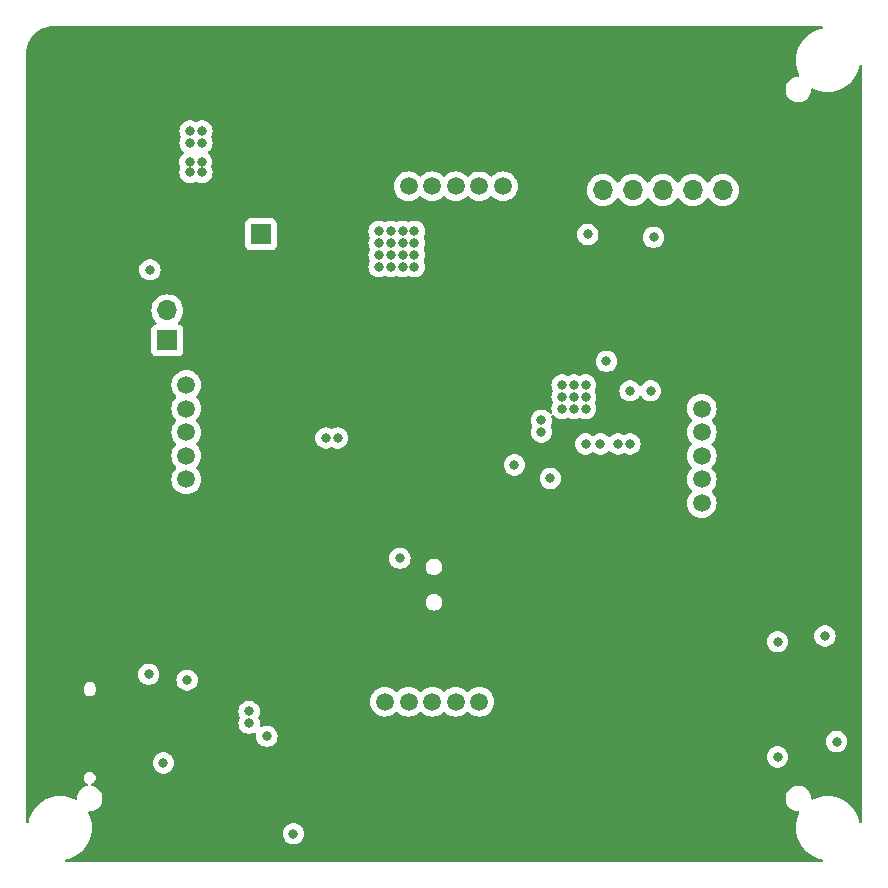
<source format=gbr>
%TF.GenerationSoftware,KiCad,Pcbnew,7.0.7-7.0.7~ubuntu22.04.1*%
%TF.CreationDate,2023-10-06T14:41:20+02:00*%
%TF.ProjectId,ShotClockProject,53686f74-436c-46f6-936b-50726f6a6563,rev?*%
%TF.SameCoordinates,Original*%
%TF.FileFunction,Copper,L2,Inr*%
%TF.FilePolarity,Positive*%
%FSLAX46Y46*%
G04 Gerber Fmt 4.6, Leading zero omitted, Abs format (unit mm)*
G04 Created by KiCad (PCBNEW 7.0.7-7.0.7~ubuntu22.04.1) date 2023-10-06 14:41:20*
%MOMM*%
%LPD*%
G01*
G04 APERTURE LIST*
%TA.AperFunction,ComponentPad*%
%ADD10R,1.700000X1.700000*%
%TD*%
%TA.AperFunction,ComponentPad*%
%ADD11O,1.700000X1.700000*%
%TD*%
%TA.AperFunction,ComponentPad*%
%ADD12O,1.100000X2.200000*%
%TD*%
%TA.AperFunction,ComponentPad*%
%ADD13C,1.500000*%
%TD*%
%TA.AperFunction,ViaPad*%
%ADD14C,0.800000*%
%TD*%
G04 APERTURE END LIST*
D10*
%TO.N,-BATT*%
%TO.C,J4*%
X130575000Y-91225000D03*
D11*
%TO.N,+BATT*%
X130575000Y-88685000D03*
%TD*%
D12*
%TO.N,GND*%
%TO.C,J6*%
X121850000Y-126900000D03*
X126150000Y-126900000D03*
X121850000Y-122100000D03*
X126150000Y-122100000D03*
%TD*%
D13*
%TO.N,TLC59116_RESETn*%
%TO.C,U9*%
X132175000Y-95000000D03*
%TO.N,+3.3V*%
X132175000Y-97000000D03*
%TO.N,+5V*%
X132175000Y-99000000D03*
%TO.N,I2C2_SCL*%
X132175000Y-101000000D03*
%TO.N,I2C2_SDA*%
X132175000Y-103000000D03*
%TO.N,GND*%
X132175000Y-105000000D03*
%TD*%
%TO.N,TLC59116_RESETn*%
%TO.C,U6*%
X159000000Y-78175000D03*
%TO.N,+3.3V*%
X157000000Y-78175000D03*
%TO.N,+5V*%
X155000000Y-78175000D03*
%TO.N,I2C2_SCL*%
X153000000Y-78175000D03*
%TO.N,I2C2_SDA*%
X151000000Y-78175000D03*
%TO.N,GND*%
X149000000Y-78175000D03*
%TD*%
D10*
%TO.N,/Li-Po Battery and charger/IC_TEMP*%
%TO.C,J7*%
X138500000Y-82250000D03*
D11*
%TO.N,GND*%
X138500000Y-84790000D03*
%TD*%
D13*
%TO.N,TLC59116_RESETn*%
%TO.C,U8*%
X149000000Y-121825000D03*
%TO.N,+3.3V*%
X151000000Y-121825000D03*
%TO.N,+5V*%
X153000000Y-121825000D03*
%TO.N,I2C2_SCL*%
X155000000Y-121825000D03*
%TO.N,I2C2_SDA*%
X157000000Y-121825000D03*
%TO.N,GND*%
X159000000Y-121825000D03*
%TD*%
D10*
%TO.N,GND*%
%TO.C,J1*%
X164904106Y-78500000D03*
D11*
%TO.N,unconnected-(J1-Pin_2-Pad2)*%
X167444106Y-78500000D03*
%TO.N,unconnected-(J1-Pin_3-Pad3)*%
X169984106Y-78500000D03*
%TO.N,/STM32G070CBT6/UART3_RX*%
X172524106Y-78500000D03*
%TO.N,/STM32G070CBT6/UART3_TX*%
X175064106Y-78500000D03*
%TO.N,unconnected-(J1-Pin_6-Pad6)*%
X177604106Y-78500000D03*
%TD*%
D13*
%TO.N,TLC59116_RESETn*%
%TO.C,U7*%
X175825000Y-105000000D03*
%TO.N,+3.3V*%
X175825000Y-103000000D03*
%TO.N,+5V*%
X175825000Y-101000000D03*
%TO.N,I2C2_SCL*%
X175825000Y-99000000D03*
%TO.N,I2C2_SDA*%
X175825000Y-97000000D03*
%TO.N,GND*%
X175825000Y-95000000D03*
%TD*%
D14*
%TO.N,+3.3V*%
X150263268Y-109676113D03*
X166000000Y-97000000D03*
X151500000Y-83000000D03*
X145000000Y-99500000D03*
X150500000Y-85000000D03*
X150500000Y-82000000D03*
X164000000Y-97000000D03*
X148500000Y-83000000D03*
X167250000Y-100000000D03*
X165000000Y-95000000D03*
X171750000Y-82500000D03*
X151500000Y-82000000D03*
X144000000Y-99500000D03*
X164000000Y-96000000D03*
X151500000Y-84000000D03*
X168750000Y-100000000D03*
X148500000Y-84000000D03*
X149500000Y-85000000D03*
X165000000Y-97000000D03*
X166175984Y-82260329D03*
X166000000Y-96000000D03*
X164000000Y-95000000D03*
X169750000Y-95500000D03*
X165000000Y-96000000D03*
X149500000Y-82000000D03*
X171500000Y-95500000D03*
X149500000Y-84000000D03*
X150500000Y-84000000D03*
X166000000Y-100000000D03*
X150500000Y-83000000D03*
X166000000Y-95000000D03*
X149500000Y-83000000D03*
X151500000Y-85000000D03*
X148500000Y-82000000D03*
X148500000Y-85000000D03*
X169750000Y-100000000D03*
%TO.N,/Li-Po Battery and charger/IC_TEMP*%
X129099500Y-85250000D03*
X129000000Y-119500000D03*
%TO.N,/Li-Po Battery and charger/IC_STDBY_Green*%
X182250000Y-116750000D03*
X137500000Y-123643715D03*
%TO.N,/Li-Po Battery and charger/IC_CHRG_Red*%
X137500000Y-122644212D03*
X182250000Y-126500000D03*
%TO.N,TLC59116_RESETn*%
X163000000Y-102913000D03*
%TO.N,+5V*%
X133500000Y-74500000D03*
X133500000Y-73500000D03*
X132488287Y-76128690D03*
X132500000Y-73500000D03*
X133500000Y-77000000D03*
X132500000Y-77000000D03*
X133488287Y-76128690D03*
X132500000Y-74500000D03*
%TO.N,VBUS*%
X141250000Y-133000000D03*
X139000000Y-124750000D03*
%TO.N,/Buzzer_3v3_PWM/buzzer_pwm_in*%
X159970543Y-101779457D03*
X167750000Y-93000000D03*
%TO.N,GND*%
X151173830Y-89790508D03*
X139000000Y-72250000D03*
X126159137Y-120594551D03*
X145089520Y-88506309D03*
X144250000Y-95500000D03*
X145500000Y-96750000D03*
X123500000Y-77250000D03*
X144250000Y-96750000D03*
X125384630Y-72718557D03*
X171500000Y-86250000D03*
X151990305Y-89801390D03*
X139750000Y-72250000D03*
X149750000Y-114250000D03*
X151173830Y-88994056D03*
X138000000Y-102500000D03*
X145083577Y-87228421D03*
X181566678Y-121731089D03*
X123884630Y-72718557D03*
X144500000Y-66250000D03*
X143051353Y-131759947D03*
X169500000Y-86250000D03*
X157500000Y-87000000D03*
X166049271Y-87749999D03*
X167602102Y-118424239D03*
X126750000Y-84750000D03*
X171500000Y-87750000D03*
X169000000Y-126000000D03*
X146000000Y-66250000D03*
X138250000Y-72250000D03*
X135250000Y-81250000D03*
X167730547Y-125975351D03*
X171000000Y-109500000D03*
X148750000Y-104750000D03*
X170000000Y-109500000D03*
X168871555Y-118448888D03*
X181569601Y-120189867D03*
X142256474Y-128686306D03*
X130500000Y-66500000D03*
X119638955Y-124253879D03*
X147500000Y-104750000D03*
X169500000Y-87750000D03*
X133250000Y-127000000D03*
X121836903Y-120601683D03*
X147500000Y-124250000D03*
X126750000Y-82250000D03*
X150000000Y-104750000D03*
X132250000Y-127000000D03*
X139000000Y-102500000D03*
X166049271Y-89027888D03*
X138250000Y-77250000D03*
X152000000Y-89000000D03*
X143086111Y-130510681D03*
X134250000Y-127000000D03*
X124634630Y-72718557D03*
%TO.N,/Li-Po Battery and charger/VCC*%
X186250000Y-116250000D03*
X132250000Y-120000000D03*
X130250000Y-127000000D03*
X187250000Y-125200000D03*
%TO.N,I2C2_SCL*%
X162250000Y-99000000D03*
%TO.N,I2C2_SDA*%
X162250000Y-98000497D03*
%TD*%
%TA.AperFunction,Conductor*%
%TO.N,GND*%
G36*
X186042987Y-64620185D02*
G01*
X186088742Y-64672989D01*
X186098686Y-64742147D01*
X186069661Y-64805703D01*
X186010883Y-64843477D01*
X185998299Y-64846469D01*
X185852547Y-64873178D01*
X185540657Y-64970366D01*
X185540641Y-64970372D01*
X185540639Y-64970373D01*
X185413566Y-65027564D01*
X185242725Y-65104453D01*
X185242723Y-65104454D01*
X184963131Y-65273473D01*
X184705960Y-65474954D01*
X184474954Y-65705960D01*
X184273473Y-65963131D01*
X184234144Y-66028190D01*
X184104455Y-66242721D01*
X184003374Y-66467315D01*
X183970372Y-66540642D01*
X183970366Y-66540657D01*
X183873178Y-66852547D01*
X183814289Y-67173900D01*
X183794564Y-67499999D01*
X183814289Y-67826099D01*
X183873178Y-68147452D01*
X183970366Y-68459342D01*
X183970370Y-68459354D01*
X183970373Y-68459361D01*
X184100553Y-68748609D01*
X184110116Y-68817821D01*
X184080742Y-68881216D01*
X184021758Y-68918667D01*
X183987477Y-68923500D01*
X183900248Y-68923500D01*
X183704140Y-68960159D01*
X183704137Y-68960159D01*
X183704137Y-68960160D01*
X183518108Y-69032227D01*
X183518101Y-69032231D01*
X183348487Y-69137251D01*
X183201048Y-69271660D01*
X183080821Y-69430865D01*
X183080816Y-69430873D01*
X182991894Y-69609453D01*
X182937295Y-69801350D01*
X182918888Y-69999999D01*
X182918888Y-70000000D01*
X182937295Y-70198649D01*
X182937295Y-70198651D01*
X182937296Y-70198654D01*
X182939226Y-70205436D01*
X182991894Y-70390546D01*
X183080816Y-70569126D01*
X183080821Y-70569134D01*
X183201048Y-70728339D01*
X183201049Y-70728340D01*
X183348484Y-70862746D01*
X183518107Y-70967772D01*
X183704140Y-71039841D01*
X183900248Y-71076500D01*
X183900250Y-71076500D01*
X184099750Y-71076500D01*
X184099752Y-71076500D01*
X184295860Y-71039841D01*
X184481893Y-70967772D01*
X184651516Y-70862746D01*
X184798951Y-70728340D01*
X184919180Y-70569132D01*
X185008107Y-70390543D01*
X185062704Y-70198654D01*
X185080852Y-70002800D01*
X185106638Y-69937865D01*
X185163438Y-69897177D01*
X185233219Y-69893657D01*
X185255208Y-69901164D01*
X185540639Y-70029627D01*
X185540652Y-70029631D01*
X185540657Y-70029633D01*
X185852546Y-70126821D01*
X185852547Y-70126821D01*
X186173896Y-70185710D01*
X186500000Y-70205436D01*
X186826104Y-70185710D01*
X187147453Y-70126821D01*
X187459361Y-70029627D01*
X187757279Y-69895545D01*
X188036863Y-69726530D01*
X188294036Y-69525048D01*
X188525048Y-69294036D01*
X188726530Y-69036863D01*
X188895545Y-68757279D01*
X189029627Y-68459361D01*
X189126821Y-68147453D01*
X189153529Y-68001706D01*
X189184976Y-67939313D01*
X189245163Y-67903825D01*
X189314981Y-67906510D01*
X189372264Y-67946516D01*
X189398824Y-68011140D01*
X189399499Y-68024057D01*
X189399499Y-131975942D01*
X189379814Y-132042981D01*
X189327010Y-132088736D01*
X189257852Y-132098680D01*
X189194296Y-132069655D01*
X189156522Y-132010877D01*
X189153530Y-131998293D01*
X189126821Y-131852547D01*
X189029633Y-131540657D01*
X189029631Y-131540652D01*
X189029627Y-131540639D01*
X188895545Y-131242721D01*
X188726530Y-130963137D01*
X188726528Y-130963134D01*
X188726526Y-130963131D01*
X188525045Y-130705960D01*
X188294039Y-130474954D01*
X188036868Y-130273473D01*
X188029306Y-130268901D01*
X187757279Y-130104455D01*
X187459361Y-129970373D01*
X187459354Y-129970370D01*
X187459342Y-129970366D01*
X187147452Y-129873178D01*
X186826099Y-129814289D01*
X186500000Y-129794564D01*
X186173900Y-129814289D01*
X185852547Y-129873178D01*
X185540657Y-129970366D01*
X185540641Y-129970372D01*
X185540639Y-129970373D01*
X185399390Y-130033943D01*
X185255214Y-130098832D01*
X185186002Y-130108395D01*
X185122606Y-130079021D01*
X185085156Y-130020036D01*
X185080852Y-129997197D01*
X185062704Y-129801346D01*
X185008107Y-129609457D01*
X185006693Y-129606618D01*
X184919183Y-129430873D01*
X184919178Y-129430865D01*
X184798951Y-129271660D01*
X184798950Y-129271659D01*
X184651516Y-129137254D01*
X184651513Y-129137252D01*
X184651512Y-129137251D01*
X184481898Y-129032231D01*
X184481891Y-129032227D01*
X184388876Y-128996193D01*
X184295860Y-128960159D01*
X184099752Y-128923500D01*
X183900248Y-128923500D01*
X183704140Y-128960159D01*
X183704137Y-128960159D01*
X183704137Y-128960160D01*
X183518108Y-129032227D01*
X183518101Y-129032231D01*
X183348487Y-129137251D01*
X183201048Y-129271660D01*
X183080821Y-129430865D01*
X183080816Y-129430873D01*
X182991894Y-129609453D01*
X182937295Y-129801350D01*
X182918888Y-129999999D01*
X182918888Y-130000000D01*
X182937295Y-130198649D01*
X182991894Y-130390546D01*
X183080816Y-130569126D01*
X183080821Y-130569134D01*
X183184148Y-130705960D01*
X183201049Y-130728340D01*
X183348484Y-130862746D01*
X183518107Y-130967772D01*
X183704140Y-131039841D01*
X183900248Y-131076500D01*
X183900250Y-131076500D01*
X183987477Y-131076500D01*
X184054516Y-131096185D01*
X184100271Y-131148989D01*
X184110215Y-131218147D01*
X184100553Y-131251391D01*
X183970372Y-131540642D01*
X183970366Y-131540657D01*
X183873178Y-131852547D01*
X183814289Y-132173900D01*
X183794564Y-132500000D01*
X183814289Y-132826099D01*
X183873178Y-133147452D01*
X183970366Y-133459342D01*
X183970370Y-133459354D01*
X183970373Y-133459361D01*
X184104455Y-133757279D01*
X184234144Y-133971810D01*
X184273473Y-134036868D01*
X184474954Y-134294039D01*
X184705960Y-134525045D01*
X184963131Y-134726526D01*
X184963134Y-134726528D01*
X184963137Y-134726530D01*
X185242721Y-134895545D01*
X185540639Y-135029627D01*
X185540652Y-135029631D01*
X185540657Y-135029633D01*
X185805620Y-135112198D01*
X185852547Y-135126821D01*
X186007558Y-135155227D01*
X186069950Y-135186673D01*
X186105438Y-135246859D01*
X186102753Y-135316677D01*
X186062747Y-135373960D01*
X185998123Y-135400521D01*
X185985203Y-135401196D01*
X122023906Y-135399526D01*
X121956867Y-135379840D01*
X121911113Y-135327035D01*
X121901172Y-135257876D01*
X121930198Y-135194321D01*
X121988977Y-135156548D01*
X122001558Y-135153557D01*
X122147453Y-135126821D01*
X122459361Y-135029627D01*
X122757279Y-134895545D01*
X123036863Y-134726530D01*
X123294036Y-134525048D01*
X123525048Y-134294036D01*
X123726530Y-134036863D01*
X123895545Y-133757279D01*
X124029627Y-133459361D01*
X124126821Y-133147453D01*
X124153843Y-133000000D01*
X140344540Y-133000000D01*
X140364326Y-133188256D01*
X140364327Y-133188259D01*
X140422818Y-133368277D01*
X140422821Y-133368284D01*
X140517467Y-133532216D01*
X140555304Y-133574238D01*
X140644129Y-133672888D01*
X140797265Y-133784148D01*
X140797270Y-133784151D01*
X140970192Y-133861142D01*
X140970197Y-133861144D01*
X141155354Y-133900500D01*
X141155355Y-133900500D01*
X141344644Y-133900500D01*
X141344646Y-133900500D01*
X141529803Y-133861144D01*
X141702730Y-133784151D01*
X141855871Y-133672888D01*
X141982533Y-133532216D01*
X142077179Y-133368284D01*
X142135674Y-133188256D01*
X142155460Y-133000000D01*
X142135674Y-132811744D01*
X142077179Y-132631716D01*
X141982533Y-132467784D01*
X141855871Y-132327112D01*
X141855870Y-132327111D01*
X141702734Y-132215851D01*
X141702729Y-132215848D01*
X141529807Y-132138857D01*
X141529802Y-132138855D01*
X141384001Y-132107865D01*
X141344646Y-132099500D01*
X141155354Y-132099500D01*
X141122897Y-132106398D01*
X140970197Y-132138855D01*
X140970192Y-132138857D01*
X140797270Y-132215848D01*
X140797265Y-132215851D01*
X140644129Y-132327111D01*
X140517466Y-132467785D01*
X140422821Y-132631715D01*
X140422818Y-132631722D01*
X140364327Y-132811740D01*
X140364326Y-132811744D01*
X140344540Y-133000000D01*
X124153843Y-133000000D01*
X124185710Y-132826104D01*
X124205436Y-132500000D01*
X124185710Y-132173896D01*
X124126821Y-131852547D01*
X124029627Y-131540639D01*
X123899446Y-131251390D01*
X123889884Y-131182179D01*
X123919258Y-131118784D01*
X123978242Y-131081333D01*
X124012523Y-131076500D01*
X124099750Y-131076500D01*
X124099752Y-131076500D01*
X124295860Y-131039841D01*
X124481893Y-130967772D01*
X124651516Y-130862746D01*
X124798951Y-130728340D01*
X124919180Y-130569132D01*
X125008107Y-130390543D01*
X125062704Y-130198654D01*
X125081112Y-130000000D01*
X125062704Y-129801346D01*
X125008107Y-129609457D01*
X125006693Y-129606618D01*
X124919183Y-129430873D01*
X124919178Y-129430865D01*
X124798951Y-129271660D01*
X124798950Y-129271660D01*
X124651516Y-129137254D01*
X124651513Y-129137252D01*
X124651512Y-129137251D01*
X124481898Y-129032231D01*
X124481891Y-129032227D01*
X124295858Y-128960158D01*
X124239529Y-128949628D01*
X124177248Y-128917960D01*
X124141976Y-128857647D01*
X124144910Y-128787839D01*
X124185120Y-128730699D01*
X124210796Y-128714949D01*
X124278836Y-128683877D01*
X124389778Y-128587744D01*
X124469143Y-128464250D01*
X124510500Y-128323399D01*
X124510500Y-128176601D01*
X124469143Y-128035750D01*
X124389778Y-127912256D01*
X124278836Y-127816123D01*
X124278832Y-127816121D01*
X124145307Y-127755141D01*
X124145302Y-127755140D01*
X124036516Y-127739500D01*
X123963484Y-127739500D01*
X123963483Y-127739500D01*
X123854697Y-127755140D01*
X123854692Y-127755141D01*
X123721167Y-127816121D01*
X123721162Y-127816124D01*
X123610223Y-127912254D01*
X123610220Y-127912258D01*
X123530856Y-128035751D01*
X123530855Y-128035752D01*
X123489500Y-128176598D01*
X123489500Y-128323401D01*
X123530855Y-128464247D01*
X123530856Y-128464248D01*
X123530857Y-128464250D01*
X123610222Y-128587744D01*
X123721164Y-128683877D01*
X123789196Y-128714946D01*
X123841999Y-128760700D01*
X123861684Y-128827740D01*
X123842000Y-128894779D01*
X123789196Y-128940534D01*
X123760471Y-128949628D01*
X123704140Y-128960158D01*
X123518108Y-129032227D01*
X123518101Y-129032231D01*
X123348487Y-129137251D01*
X123201048Y-129271660D01*
X123080821Y-129430865D01*
X123080816Y-129430873D01*
X122991894Y-129609453D01*
X122937295Y-129801350D01*
X122919147Y-129997198D01*
X122893361Y-130062135D01*
X122836560Y-130102822D01*
X122766779Y-130106342D01*
X122744785Y-130098832D01*
X122700767Y-130079021D01*
X122459361Y-129970373D01*
X122459354Y-129970370D01*
X122459342Y-129970366D01*
X122147452Y-129873178D01*
X121826099Y-129814289D01*
X121500000Y-129794564D01*
X121173900Y-129814289D01*
X120852547Y-129873178D01*
X120540657Y-129970366D01*
X120540641Y-129970372D01*
X120540639Y-129970373D01*
X120376207Y-130044378D01*
X120255215Y-130098832D01*
X120242721Y-130104455D01*
X120172824Y-130146708D01*
X119963131Y-130273473D01*
X119705960Y-130474954D01*
X119474954Y-130705960D01*
X119273473Y-130963131D01*
X119104454Y-131242723D01*
X119104453Y-131242725D01*
X118970372Y-131540642D01*
X118970366Y-131540657D01*
X118873178Y-131852547D01*
X118846469Y-131998299D01*
X118815023Y-132060692D01*
X118754836Y-132096180D01*
X118685018Y-132093495D01*
X118627735Y-132053489D01*
X118601175Y-131988865D01*
X118600500Y-131975948D01*
X118600500Y-127000000D01*
X129344540Y-127000000D01*
X129364326Y-127188256D01*
X129364327Y-127188259D01*
X129422818Y-127368277D01*
X129422821Y-127368284D01*
X129517467Y-127532216D01*
X129644129Y-127672887D01*
X129644129Y-127672888D01*
X129797265Y-127784148D01*
X129797270Y-127784151D01*
X129970192Y-127861142D01*
X129970197Y-127861144D01*
X130155354Y-127900500D01*
X130155355Y-127900500D01*
X130344644Y-127900500D01*
X130344646Y-127900500D01*
X130529803Y-127861144D01*
X130702730Y-127784151D01*
X130855871Y-127672888D01*
X130982533Y-127532216D01*
X131077179Y-127368284D01*
X131135674Y-127188256D01*
X131155460Y-127000000D01*
X131135674Y-126811744D01*
X131077179Y-126631716D01*
X131001133Y-126500000D01*
X181344540Y-126500000D01*
X181364326Y-126688256D01*
X181364327Y-126688259D01*
X181422818Y-126868277D01*
X181422821Y-126868284D01*
X181517467Y-127032216D01*
X181644128Y-127172887D01*
X181644129Y-127172888D01*
X181797265Y-127284148D01*
X181797270Y-127284151D01*
X181970192Y-127361142D01*
X181970197Y-127361144D01*
X182155354Y-127400500D01*
X182155355Y-127400500D01*
X182344644Y-127400500D01*
X182344646Y-127400500D01*
X182529803Y-127361144D01*
X182702730Y-127284151D01*
X182855871Y-127172888D01*
X182982533Y-127032216D01*
X183077179Y-126868284D01*
X183135674Y-126688256D01*
X183155460Y-126500000D01*
X183135674Y-126311744D01*
X183077179Y-126131716D01*
X182982533Y-125967784D01*
X182855871Y-125827112D01*
X182855870Y-125827111D01*
X182702734Y-125715851D01*
X182702729Y-125715848D01*
X182529807Y-125638857D01*
X182529802Y-125638855D01*
X182384000Y-125607865D01*
X182344646Y-125599500D01*
X182155354Y-125599500D01*
X182122897Y-125606398D01*
X181970197Y-125638855D01*
X181970192Y-125638857D01*
X181797270Y-125715848D01*
X181797265Y-125715851D01*
X181644129Y-125827111D01*
X181517466Y-125967785D01*
X181422821Y-126131715D01*
X181422818Y-126131722D01*
X181364327Y-126311740D01*
X181364326Y-126311744D01*
X181344540Y-126500000D01*
X131001133Y-126500000D01*
X130982533Y-126467784D01*
X130855871Y-126327112D01*
X130834719Y-126311744D01*
X130702734Y-126215851D01*
X130702729Y-126215848D01*
X130529807Y-126138857D01*
X130529802Y-126138855D01*
X130384001Y-126107865D01*
X130344646Y-126099500D01*
X130155354Y-126099500D01*
X130122897Y-126106398D01*
X129970197Y-126138855D01*
X129970192Y-126138857D01*
X129797270Y-126215848D01*
X129797265Y-126215851D01*
X129644129Y-126327111D01*
X129517466Y-126467785D01*
X129422821Y-126631715D01*
X129422818Y-126631722D01*
X129364327Y-126811740D01*
X129364326Y-126811744D01*
X129344540Y-127000000D01*
X118600500Y-127000000D01*
X118600500Y-123643715D01*
X136594540Y-123643715D01*
X136614326Y-123831971D01*
X136614327Y-123831974D01*
X136672818Y-124011992D01*
X136672821Y-124011999D01*
X136767467Y-124175931D01*
X136805152Y-124217784D01*
X136894129Y-124316603D01*
X137047265Y-124427863D01*
X137047270Y-124427866D01*
X137220192Y-124504857D01*
X137220197Y-124504859D01*
X137405354Y-124544215D01*
X137405355Y-124544215D01*
X137594644Y-124544215D01*
X137594646Y-124544215D01*
X137779803Y-124504859D01*
X137940818Y-124433169D01*
X138010063Y-124423884D01*
X138073340Y-124453512D01*
X138110554Y-124512647D01*
X138114571Y-124559410D01*
X138114326Y-124561744D01*
X138094540Y-124750000D01*
X138114326Y-124938256D01*
X138114327Y-124938259D01*
X138172818Y-125118277D01*
X138172821Y-125118284D01*
X138267467Y-125282216D01*
X138362946Y-125388256D01*
X138394129Y-125422888D01*
X138547265Y-125534148D01*
X138547270Y-125534151D01*
X138720192Y-125611142D01*
X138720197Y-125611144D01*
X138905354Y-125650500D01*
X138905355Y-125650500D01*
X139094644Y-125650500D01*
X139094646Y-125650500D01*
X139279803Y-125611144D01*
X139452730Y-125534151D01*
X139605871Y-125422888D01*
X139732533Y-125282216D01*
X139780000Y-125200000D01*
X186344540Y-125200000D01*
X186364326Y-125388256D01*
X186364327Y-125388259D01*
X186422818Y-125568277D01*
X186422821Y-125568284D01*
X186517467Y-125732216D01*
X186602911Y-125827111D01*
X186644129Y-125872888D01*
X186797265Y-125984148D01*
X186797270Y-125984151D01*
X186970192Y-126061142D01*
X186970197Y-126061144D01*
X187155354Y-126100500D01*
X187155355Y-126100500D01*
X187344644Y-126100500D01*
X187344646Y-126100500D01*
X187529803Y-126061144D01*
X187702730Y-125984151D01*
X187855871Y-125872888D01*
X187982533Y-125732216D01*
X188077179Y-125568284D01*
X188135674Y-125388256D01*
X188155460Y-125200000D01*
X188135674Y-125011744D01*
X188077179Y-124831716D01*
X187982533Y-124667784D01*
X187855871Y-124527112D01*
X187835962Y-124512647D01*
X187702734Y-124415851D01*
X187702729Y-124415848D01*
X187529807Y-124338857D01*
X187529802Y-124338855D01*
X187384000Y-124307865D01*
X187344646Y-124299500D01*
X187155354Y-124299500D01*
X187122897Y-124306398D01*
X186970197Y-124338855D01*
X186970192Y-124338857D01*
X186797270Y-124415848D01*
X186797265Y-124415851D01*
X186644129Y-124527111D01*
X186517466Y-124667785D01*
X186422821Y-124831715D01*
X186422818Y-124831722D01*
X186364327Y-125011740D01*
X186364326Y-125011744D01*
X186344540Y-125200000D01*
X139780000Y-125200000D01*
X139827179Y-125118284D01*
X139885674Y-124938256D01*
X139905460Y-124750000D01*
X139885674Y-124561744D01*
X139827179Y-124381716D01*
X139732533Y-124217784D01*
X139605871Y-124077112D01*
X139605870Y-124077111D01*
X139452734Y-123965851D01*
X139452729Y-123965848D01*
X139279807Y-123888857D01*
X139279802Y-123888855D01*
X139134000Y-123857865D01*
X139094646Y-123849500D01*
X138905354Y-123849500D01*
X138872897Y-123856398D01*
X138720197Y-123888855D01*
X138720192Y-123888857D01*
X138559185Y-123960544D01*
X138489935Y-123969829D01*
X138426659Y-123940201D01*
X138389445Y-123881067D01*
X138385428Y-123834303D01*
X138385673Y-123831974D01*
X138385674Y-123831971D01*
X138405460Y-123643715D01*
X138385674Y-123455459D01*
X138327179Y-123275431D01*
X138287070Y-123205960D01*
X138270598Y-123138063D01*
X138287069Y-123081967D01*
X138327179Y-123012496D01*
X138385674Y-122832468D01*
X138405460Y-122644212D01*
X138385674Y-122455956D01*
X138327179Y-122275928D01*
X138232533Y-122111996D01*
X138105871Y-121971324D01*
X138105870Y-121971323D01*
X137952734Y-121860063D01*
X137952729Y-121860060D01*
X137873989Y-121825002D01*
X147744723Y-121825002D01*
X147763793Y-122042975D01*
X147763793Y-122042979D01*
X147820422Y-122254322D01*
X147820424Y-122254326D01*
X147820425Y-122254330D01*
X147866661Y-122353484D01*
X147912897Y-122452638D01*
X147937998Y-122488486D01*
X148038402Y-122631877D01*
X148193123Y-122786598D01*
X148372361Y-122912102D01*
X148570670Y-123004575D01*
X148570676Y-123004576D01*
X148570677Y-123004577D01*
X148600235Y-123012497D01*
X148782023Y-123061207D01*
X148964926Y-123077208D01*
X148999998Y-123080277D01*
X149000000Y-123080277D01*
X149000002Y-123080277D01*
X149028254Y-123077805D01*
X149217977Y-123061207D01*
X149429330Y-123004575D01*
X149627639Y-122912102D01*
X149806877Y-122786598D01*
X149912319Y-122681156D01*
X149973642Y-122647671D01*
X150043334Y-122652655D01*
X150087680Y-122681155D01*
X150193123Y-122786598D01*
X150372361Y-122912102D01*
X150570670Y-123004575D01*
X150570676Y-123004576D01*
X150570677Y-123004577D01*
X150600235Y-123012497D01*
X150782023Y-123061207D01*
X150964926Y-123077208D01*
X150999998Y-123080277D01*
X151000000Y-123080277D01*
X151000002Y-123080277D01*
X151028254Y-123077805D01*
X151217977Y-123061207D01*
X151429330Y-123004575D01*
X151627639Y-122912102D01*
X151806877Y-122786598D01*
X151912319Y-122681155D01*
X151973642Y-122647671D01*
X152043334Y-122652655D01*
X152087680Y-122681155D01*
X152193123Y-122786598D01*
X152372361Y-122912102D01*
X152570670Y-123004575D01*
X152570676Y-123004576D01*
X152570677Y-123004577D01*
X152600235Y-123012497D01*
X152782023Y-123061207D01*
X152964926Y-123077208D01*
X152999998Y-123080277D01*
X153000000Y-123080277D01*
X153000002Y-123080277D01*
X153028254Y-123077805D01*
X153217977Y-123061207D01*
X153429330Y-123004575D01*
X153627639Y-122912102D01*
X153806877Y-122786598D01*
X153912318Y-122681156D01*
X153973642Y-122647671D01*
X154043334Y-122652655D01*
X154087680Y-122681155D01*
X154193123Y-122786598D01*
X154372361Y-122912102D01*
X154570670Y-123004575D01*
X154570676Y-123004576D01*
X154570677Y-123004577D01*
X154600235Y-123012497D01*
X154782023Y-123061207D01*
X154964926Y-123077208D01*
X154999998Y-123080277D01*
X155000000Y-123080277D01*
X155000002Y-123080277D01*
X155028254Y-123077805D01*
X155217977Y-123061207D01*
X155429330Y-123004575D01*
X155627639Y-122912102D01*
X155806877Y-122786598D01*
X155912321Y-122681153D01*
X155973640Y-122647671D01*
X156043332Y-122652655D01*
X156087680Y-122681155D01*
X156193123Y-122786598D01*
X156372361Y-122912102D01*
X156570670Y-123004575D01*
X156570676Y-123004576D01*
X156570677Y-123004577D01*
X156600235Y-123012497D01*
X156782023Y-123061207D01*
X156964926Y-123077208D01*
X156999998Y-123080277D01*
X157000000Y-123080277D01*
X157000002Y-123080277D01*
X157028254Y-123077805D01*
X157217977Y-123061207D01*
X157429330Y-123004575D01*
X157627639Y-122912102D01*
X157806877Y-122786598D01*
X157961598Y-122631877D01*
X158087102Y-122452639D01*
X158179575Y-122254330D01*
X158236207Y-122042977D01*
X158255277Y-121825000D01*
X158236207Y-121607023D01*
X158179575Y-121395670D01*
X158087102Y-121197362D01*
X158087100Y-121197359D01*
X158087099Y-121197357D01*
X157961599Y-121018124D01*
X157912318Y-120968843D01*
X157806877Y-120863402D01*
X157627639Y-120737898D01*
X157627640Y-120737898D01*
X157627638Y-120737897D01*
X157528484Y-120691661D01*
X157429330Y-120645425D01*
X157429326Y-120645424D01*
X157429322Y-120645422D01*
X157217977Y-120588793D01*
X157000002Y-120569723D01*
X156999998Y-120569723D01*
X156854681Y-120582436D01*
X156782023Y-120588793D01*
X156782020Y-120588793D01*
X156570677Y-120645422D01*
X156570668Y-120645426D01*
X156372361Y-120737898D01*
X156372357Y-120737900D01*
X156193124Y-120863400D01*
X156087680Y-120968844D01*
X156026357Y-121002328D01*
X155956665Y-120997344D01*
X155912318Y-120968843D01*
X155806881Y-120863406D01*
X155806877Y-120863402D01*
X155627639Y-120737898D01*
X155627640Y-120737898D01*
X155627638Y-120737897D01*
X155528484Y-120691661D01*
X155429330Y-120645425D01*
X155429326Y-120645424D01*
X155429322Y-120645422D01*
X155217977Y-120588793D01*
X155000002Y-120569723D01*
X154999998Y-120569723D01*
X154854681Y-120582436D01*
X154782023Y-120588793D01*
X154782020Y-120588793D01*
X154570677Y-120645422D01*
X154570668Y-120645426D01*
X154372361Y-120737898D01*
X154372357Y-120737900D01*
X154193124Y-120863400D01*
X154087680Y-120968844D01*
X154026357Y-121002328D01*
X153956665Y-120997344D01*
X153912318Y-120968843D01*
X153806881Y-120863406D01*
X153806877Y-120863402D01*
X153627639Y-120737898D01*
X153627640Y-120737898D01*
X153627638Y-120737897D01*
X153528484Y-120691661D01*
X153429330Y-120645425D01*
X153429326Y-120645424D01*
X153429322Y-120645422D01*
X153217977Y-120588793D01*
X153000002Y-120569723D01*
X152999998Y-120569723D01*
X152854681Y-120582436D01*
X152782023Y-120588793D01*
X152782020Y-120588793D01*
X152570677Y-120645422D01*
X152570668Y-120645426D01*
X152372361Y-120737898D01*
X152372357Y-120737900D01*
X152193124Y-120863400D01*
X152087680Y-120968844D01*
X152026357Y-121002328D01*
X151956665Y-120997344D01*
X151912318Y-120968843D01*
X151806881Y-120863406D01*
X151806877Y-120863402D01*
X151627639Y-120737898D01*
X151627640Y-120737898D01*
X151627638Y-120737897D01*
X151528484Y-120691661D01*
X151429330Y-120645425D01*
X151429326Y-120645424D01*
X151429322Y-120645422D01*
X151217977Y-120588793D01*
X151000002Y-120569723D01*
X150999998Y-120569723D01*
X150854682Y-120582436D01*
X150782023Y-120588793D01*
X150782020Y-120588793D01*
X150570677Y-120645422D01*
X150570668Y-120645426D01*
X150372361Y-120737898D01*
X150372357Y-120737900D01*
X150193124Y-120863400D01*
X150087680Y-120968844D01*
X150026357Y-121002328D01*
X149956665Y-120997344D01*
X149912318Y-120968843D01*
X149806881Y-120863406D01*
X149806877Y-120863402D01*
X149627639Y-120737898D01*
X149627640Y-120737898D01*
X149627638Y-120737897D01*
X149528484Y-120691661D01*
X149429330Y-120645425D01*
X149429326Y-120645424D01*
X149429322Y-120645422D01*
X149217977Y-120588793D01*
X149000002Y-120569723D01*
X148999998Y-120569723D01*
X148854681Y-120582436D01*
X148782023Y-120588793D01*
X148782020Y-120588793D01*
X148570677Y-120645422D01*
X148570668Y-120645426D01*
X148372361Y-120737898D01*
X148372357Y-120737900D01*
X148193121Y-120863402D01*
X148038402Y-121018121D01*
X147912900Y-121197357D01*
X147912898Y-121197361D01*
X147820426Y-121395668D01*
X147820422Y-121395677D01*
X147763793Y-121607020D01*
X147763793Y-121607024D01*
X147744723Y-121824997D01*
X147744723Y-121825002D01*
X137873989Y-121825002D01*
X137779807Y-121783069D01*
X137779802Y-121783067D01*
X137634000Y-121752077D01*
X137594646Y-121743712D01*
X137405354Y-121743712D01*
X137372897Y-121750610D01*
X137220197Y-121783067D01*
X137220192Y-121783069D01*
X137047270Y-121860060D01*
X137047265Y-121860063D01*
X136894129Y-121971323D01*
X136767466Y-122111997D01*
X136672821Y-122275927D01*
X136672818Y-122275934D01*
X136614327Y-122455952D01*
X136614326Y-122455956D01*
X136594540Y-122644212D01*
X136614326Y-122832468D01*
X136614327Y-122832471D01*
X136672821Y-123012497D01*
X136712927Y-123081963D01*
X136729400Y-123149863D01*
X136712928Y-123205962D01*
X136672820Y-123275431D01*
X136614327Y-123455455D01*
X136614326Y-123455459D01*
X136594540Y-123643715D01*
X118600500Y-123643715D01*
X118600500Y-120886516D01*
X123489500Y-120886516D01*
X123505140Y-120995302D01*
X123505141Y-120995307D01*
X123566121Y-121128832D01*
X123566124Y-121128837D01*
X123625497Y-121197357D01*
X123662256Y-121239778D01*
X123785750Y-121319143D01*
X123785751Y-121319143D01*
X123785752Y-121319144D01*
X123926598Y-121360499D01*
X123926600Y-121360500D01*
X123926601Y-121360500D01*
X124073400Y-121360500D01*
X124073400Y-121360499D01*
X124214250Y-121319143D01*
X124337744Y-121239778D01*
X124433877Y-121128836D01*
X124476002Y-121036593D01*
X124494858Y-120995307D01*
X124494859Y-120995302D01*
X124508489Y-120900500D01*
X124510500Y-120886516D01*
X124510500Y-120613484D01*
X124494859Y-120504696D01*
X124494858Y-120504695D01*
X124494858Y-120504692D01*
X124433878Y-120371167D01*
X124433877Y-120371164D01*
X124337744Y-120260222D01*
X124214250Y-120180857D01*
X124214249Y-120180856D01*
X124214248Y-120180856D01*
X124214247Y-120180855D01*
X124073401Y-120139500D01*
X124073399Y-120139500D01*
X123926601Y-120139500D01*
X123926598Y-120139500D01*
X123785752Y-120180855D01*
X123785751Y-120180856D01*
X123662258Y-120260220D01*
X123662254Y-120260223D01*
X123566124Y-120371162D01*
X123566121Y-120371167D01*
X123505141Y-120504692D01*
X123505140Y-120504697D01*
X123489500Y-120613483D01*
X123489500Y-120886516D01*
X118600500Y-120886516D01*
X118600500Y-119500000D01*
X128094540Y-119500000D01*
X128114326Y-119688256D01*
X128114327Y-119688259D01*
X128172818Y-119868277D01*
X128172821Y-119868284D01*
X128267467Y-120032216D01*
X128364066Y-120139500D01*
X128394129Y-120172888D01*
X128547265Y-120284148D01*
X128547270Y-120284151D01*
X128720192Y-120361142D01*
X128720197Y-120361144D01*
X128905354Y-120400500D01*
X128905355Y-120400500D01*
X129094644Y-120400500D01*
X129094646Y-120400500D01*
X129279803Y-120361144D01*
X129452730Y-120284151D01*
X129605871Y-120172888D01*
X129732533Y-120032216D01*
X129751133Y-120000000D01*
X131344540Y-120000000D01*
X131364326Y-120188256D01*
X131364327Y-120188259D01*
X131422818Y-120368277D01*
X131422821Y-120368284D01*
X131517467Y-120532216D01*
X131619401Y-120645425D01*
X131644129Y-120672888D01*
X131797265Y-120784148D01*
X131797270Y-120784151D01*
X131970192Y-120861142D01*
X131970197Y-120861144D01*
X132155354Y-120900500D01*
X132155355Y-120900500D01*
X132344644Y-120900500D01*
X132344646Y-120900500D01*
X132529803Y-120861144D01*
X132702730Y-120784151D01*
X132855871Y-120672888D01*
X132982533Y-120532216D01*
X133077179Y-120368284D01*
X133135674Y-120188256D01*
X133155460Y-120000000D01*
X133135674Y-119811744D01*
X133077179Y-119631716D01*
X132982533Y-119467784D01*
X132855871Y-119327112D01*
X132834719Y-119311744D01*
X132702734Y-119215851D01*
X132702729Y-119215848D01*
X132529807Y-119138857D01*
X132529802Y-119138855D01*
X132384000Y-119107865D01*
X132344646Y-119099500D01*
X132155354Y-119099500D01*
X132122897Y-119106398D01*
X131970197Y-119138855D01*
X131970192Y-119138857D01*
X131797270Y-119215848D01*
X131797265Y-119215851D01*
X131644129Y-119327111D01*
X131517466Y-119467785D01*
X131422821Y-119631715D01*
X131422818Y-119631722D01*
X131364327Y-119811740D01*
X131364326Y-119811744D01*
X131344540Y-120000000D01*
X129751133Y-120000000D01*
X129827179Y-119868284D01*
X129885674Y-119688256D01*
X129905460Y-119500000D01*
X129885674Y-119311744D01*
X129827179Y-119131716D01*
X129732533Y-118967784D01*
X129605871Y-118827112D01*
X129605870Y-118827111D01*
X129452734Y-118715851D01*
X129452729Y-118715848D01*
X129279807Y-118638857D01*
X129279802Y-118638855D01*
X129134000Y-118607865D01*
X129094646Y-118599500D01*
X128905354Y-118599500D01*
X128872897Y-118606398D01*
X128720197Y-118638855D01*
X128720192Y-118638857D01*
X128547270Y-118715848D01*
X128547265Y-118715851D01*
X128394129Y-118827111D01*
X128267466Y-118967785D01*
X128172821Y-119131715D01*
X128172818Y-119131722D01*
X128114327Y-119311740D01*
X128114326Y-119311744D01*
X128094540Y-119500000D01*
X118600500Y-119500000D01*
X118600500Y-116750000D01*
X181344540Y-116750000D01*
X181364326Y-116938256D01*
X181364327Y-116938259D01*
X181422818Y-117118277D01*
X181422821Y-117118284D01*
X181517467Y-117282216D01*
X181644128Y-117422888D01*
X181644129Y-117422888D01*
X181797265Y-117534148D01*
X181797270Y-117534151D01*
X181970192Y-117611142D01*
X181970197Y-117611144D01*
X182155354Y-117650500D01*
X182155355Y-117650500D01*
X182344644Y-117650500D01*
X182344646Y-117650500D01*
X182529803Y-117611144D01*
X182702730Y-117534151D01*
X182855871Y-117422888D01*
X182982533Y-117282216D01*
X183077179Y-117118284D01*
X183135674Y-116938256D01*
X183155460Y-116750000D01*
X183135674Y-116561744D01*
X183077179Y-116381716D01*
X183001133Y-116250000D01*
X185344540Y-116250000D01*
X185364326Y-116438256D01*
X185364327Y-116438259D01*
X185422818Y-116618277D01*
X185422821Y-116618284D01*
X185517467Y-116782216D01*
X185644129Y-116922887D01*
X185644129Y-116922888D01*
X185797265Y-117034148D01*
X185797270Y-117034151D01*
X185970192Y-117111142D01*
X185970197Y-117111144D01*
X186155354Y-117150500D01*
X186155355Y-117150500D01*
X186344644Y-117150500D01*
X186344646Y-117150500D01*
X186529803Y-117111144D01*
X186702730Y-117034151D01*
X186855871Y-116922888D01*
X186982533Y-116782216D01*
X187077179Y-116618284D01*
X187135674Y-116438256D01*
X187155460Y-116250000D01*
X187135674Y-116061744D01*
X187077179Y-115881716D01*
X186982533Y-115717784D01*
X186855871Y-115577112D01*
X186855870Y-115577111D01*
X186702734Y-115465851D01*
X186702729Y-115465848D01*
X186529807Y-115388857D01*
X186529802Y-115388855D01*
X186384001Y-115357865D01*
X186344646Y-115349500D01*
X186155354Y-115349500D01*
X186122897Y-115356398D01*
X185970197Y-115388855D01*
X185970192Y-115388857D01*
X185797270Y-115465848D01*
X185797265Y-115465851D01*
X185644129Y-115577111D01*
X185517466Y-115717785D01*
X185422821Y-115881715D01*
X185422818Y-115881722D01*
X185364327Y-116061740D01*
X185364326Y-116061744D01*
X185344540Y-116250000D01*
X183001133Y-116250000D01*
X182982533Y-116217784D01*
X182855871Y-116077112D01*
X182834719Y-116061744D01*
X182702734Y-115965851D01*
X182702729Y-115965848D01*
X182529807Y-115888857D01*
X182529802Y-115888855D01*
X182384001Y-115857865D01*
X182344646Y-115849500D01*
X182155354Y-115849500D01*
X182122897Y-115856398D01*
X181970197Y-115888855D01*
X181970192Y-115888857D01*
X181797270Y-115965848D01*
X181797265Y-115965851D01*
X181644129Y-116077111D01*
X181517466Y-116217785D01*
X181422821Y-116381715D01*
X181422818Y-116381722D01*
X181364327Y-116561740D01*
X181364326Y-116561744D01*
X181344540Y-116750000D01*
X118600500Y-116750000D01*
X118600500Y-113485055D01*
X152449500Y-113485055D01*
X152490210Y-113650226D01*
X152569263Y-113800849D01*
X152569266Y-113800852D01*
X152682071Y-113928183D01*
X152772318Y-113990476D01*
X152822068Y-114024817D01*
X152822069Y-114024817D01*
X152822070Y-114024818D01*
X152981128Y-114085140D01*
X153057028Y-114094356D01*
X153107626Y-114100500D01*
X153107628Y-114100500D01*
X153192374Y-114100500D01*
X153234538Y-114095380D01*
X153318872Y-114085140D01*
X153477930Y-114024818D01*
X153617929Y-113928183D01*
X153730734Y-113800852D01*
X153809790Y-113650225D01*
X153850500Y-113485056D01*
X153850500Y-113314944D01*
X153809790Y-113149775D01*
X153809789Y-113149773D01*
X153730736Y-112999150D01*
X153711560Y-112977505D01*
X153617929Y-112871817D01*
X153568177Y-112837475D01*
X153477931Y-112775182D01*
X153318874Y-112714860D01*
X153318868Y-112714859D01*
X153192374Y-112699500D01*
X153192372Y-112699500D01*
X153107628Y-112699500D01*
X153107626Y-112699500D01*
X152981131Y-112714859D01*
X152981125Y-112714860D01*
X152822068Y-112775182D01*
X152682072Y-112871816D01*
X152569263Y-112999150D01*
X152490210Y-113149773D01*
X152449500Y-113314944D01*
X152449500Y-113485055D01*
X118600500Y-113485055D01*
X118600500Y-109676113D01*
X149357808Y-109676113D01*
X149377594Y-109864369D01*
X149377595Y-109864372D01*
X149436086Y-110044390D01*
X149436089Y-110044397D01*
X149530735Y-110208329D01*
X149626732Y-110314944D01*
X149657397Y-110349001D01*
X149810533Y-110460261D01*
X149810538Y-110460264D01*
X149983460Y-110537255D01*
X149983465Y-110537257D01*
X150168622Y-110576613D01*
X150168623Y-110576613D01*
X150357912Y-110576613D01*
X150357914Y-110576613D01*
X150543071Y-110537257D01*
X150660317Y-110485055D01*
X152449500Y-110485055D01*
X152490210Y-110650226D01*
X152569263Y-110800849D01*
X152569266Y-110800852D01*
X152682071Y-110928183D01*
X152772318Y-110990476D01*
X152822068Y-111024817D01*
X152822069Y-111024817D01*
X152822070Y-111024818D01*
X152981128Y-111085140D01*
X153057028Y-111094356D01*
X153107626Y-111100500D01*
X153107628Y-111100500D01*
X153192374Y-111100500D01*
X153234538Y-111095380D01*
X153318872Y-111085140D01*
X153477930Y-111024818D01*
X153617929Y-110928183D01*
X153730734Y-110800852D01*
X153809790Y-110650225D01*
X153850500Y-110485056D01*
X153850500Y-110314944D01*
X153809790Y-110149775D01*
X153754483Y-110044397D01*
X153730736Y-109999150D01*
X153711560Y-109977505D01*
X153617929Y-109871817D01*
X153568177Y-109837475D01*
X153477931Y-109775182D01*
X153318874Y-109714860D01*
X153318868Y-109714859D01*
X153192374Y-109699500D01*
X153192372Y-109699500D01*
X153107628Y-109699500D01*
X153107626Y-109699500D01*
X152981131Y-109714859D01*
X152981125Y-109714860D01*
X152822068Y-109775182D01*
X152682072Y-109871816D01*
X152569263Y-109999150D01*
X152490210Y-110149773D01*
X152449500Y-110314944D01*
X152449500Y-110485055D01*
X150660317Y-110485055D01*
X150715998Y-110460264D01*
X150869139Y-110349001D01*
X150995801Y-110208329D01*
X151090447Y-110044397D01*
X151148942Y-109864369D01*
X151168728Y-109676113D01*
X151148942Y-109487857D01*
X151090447Y-109307829D01*
X150995801Y-109143897D01*
X150869139Y-109003225D01*
X150869138Y-109003224D01*
X150716002Y-108891964D01*
X150715997Y-108891961D01*
X150543075Y-108814970D01*
X150543070Y-108814968D01*
X150397268Y-108783978D01*
X150357914Y-108775613D01*
X150168622Y-108775613D01*
X150136165Y-108782511D01*
X149983465Y-108814968D01*
X149983460Y-108814970D01*
X149810538Y-108891961D01*
X149810533Y-108891964D01*
X149657397Y-109003224D01*
X149530734Y-109143898D01*
X149436089Y-109307828D01*
X149436086Y-109307835D01*
X149377595Y-109487853D01*
X149377594Y-109487857D01*
X149357808Y-109676113D01*
X118600500Y-109676113D01*
X118600500Y-105000002D01*
X174569723Y-105000002D01*
X174588793Y-105217975D01*
X174588793Y-105217979D01*
X174645422Y-105429322D01*
X174645424Y-105429326D01*
X174645425Y-105429330D01*
X174691661Y-105528484D01*
X174737897Y-105627638D01*
X174737898Y-105627639D01*
X174863402Y-105806877D01*
X175018123Y-105961598D01*
X175197361Y-106087102D01*
X175395670Y-106179575D01*
X175607023Y-106236207D01*
X175789926Y-106252208D01*
X175824998Y-106255277D01*
X175825000Y-106255277D01*
X175825002Y-106255277D01*
X175853254Y-106252805D01*
X176042977Y-106236207D01*
X176254330Y-106179575D01*
X176452639Y-106087102D01*
X176631877Y-105961598D01*
X176786598Y-105806877D01*
X176912102Y-105627639D01*
X177004575Y-105429330D01*
X177061207Y-105217977D01*
X177080277Y-105000000D01*
X177061207Y-104782023D01*
X177004575Y-104570670D01*
X176912102Y-104372362D01*
X176912100Y-104372359D01*
X176912099Y-104372357D01*
X176786597Y-104193121D01*
X176681156Y-104087680D01*
X176647671Y-104026357D01*
X176652655Y-103956665D01*
X176681152Y-103912322D01*
X176786598Y-103806877D01*
X176912102Y-103627639D01*
X177004575Y-103429330D01*
X177061207Y-103217977D01*
X177080277Y-103000000D01*
X177061207Y-102782023D01*
X177004575Y-102570670D01*
X176912102Y-102372362D01*
X176912100Y-102372359D01*
X176912099Y-102372357D01*
X176786597Y-102193121D01*
X176681156Y-102087680D01*
X176647671Y-102026357D01*
X176652655Y-101956665D01*
X176681152Y-101912322D01*
X176786598Y-101806877D01*
X176912102Y-101627639D01*
X177004575Y-101429330D01*
X177061207Y-101217977D01*
X177080277Y-101000000D01*
X177079866Y-100995306D01*
X177076569Y-100957618D01*
X177061207Y-100782023D01*
X177004575Y-100570670D01*
X176912102Y-100372362D01*
X176912100Y-100372359D01*
X176912099Y-100372357D01*
X176786597Y-100193121D01*
X176681156Y-100087680D01*
X176647671Y-100026357D01*
X176652655Y-99956665D01*
X176681152Y-99912322D01*
X176786598Y-99806877D01*
X176912102Y-99627639D01*
X177004575Y-99429330D01*
X177061207Y-99217977D01*
X177080277Y-99000000D01*
X177061207Y-98782023D01*
X177004575Y-98570670D01*
X176912102Y-98372362D01*
X176912100Y-98372359D01*
X176912099Y-98372357D01*
X176786597Y-98193121D01*
X176681156Y-98087680D01*
X176647671Y-98026357D01*
X176652655Y-97956665D01*
X176681152Y-97912322D01*
X176786598Y-97806877D01*
X176912102Y-97627639D01*
X177004575Y-97429330D01*
X177061207Y-97217977D01*
X177080277Y-97000000D01*
X177061207Y-96782023D01*
X177004575Y-96570670D01*
X176912102Y-96372362D01*
X176912100Y-96372359D01*
X176912099Y-96372357D01*
X176786599Y-96193124D01*
X176766363Y-96172888D01*
X176631877Y-96038402D01*
X176452639Y-95912898D01*
X176452640Y-95912898D01*
X176452638Y-95912897D01*
X176353484Y-95866661D01*
X176254330Y-95820425D01*
X176254326Y-95820424D01*
X176254322Y-95820422D01*
X176042977Y-95763793D01*
X175825002Y-95744723D01*
X175824998Y-95744723D01*
X175679681Y-95757436D01*
X175607023Y-95763793D01*
X175607020Y-95763793D01*
X175395677Y-95820422D01*
X175395668Y-95820426D01*
X175197361Y-95912898D01*
X175197357Y-95912900D01*
X175018121Y-96038402D01*
X174863402Y-96193121D01*
X174737900Y-96372357D01*
X174737898Y-96372361D01*
X174645426Y-96570668D01*
X174645422Y-96570677D01*
X174588793Y-96782020D01*
X174588793Y-96782023D01*
X174569723Y-97000000D01*
X174588650Y-97216348D01*
X174588793Y-97217975D01*
X174588793Y-97217979D01*
X174645422Y-97429322D01*
X174645424Y-97429326D01*
X174645425Y-97429330D01*
X174645854Y-97430249D01*
X174737897Y-97627638D01*
X174741105Y-97632219D01*
X174863402Y-97806877D01*
X174863405Y-97806880D01*
X174863406Y-97806881D01*
X174968843Y-97912318D01*
X175002328Y-97973641D01*
X174997344Y-98043333D01*
X174968844Y-98087680D01*
X174863400Y-98193124D01*
X174737900Y-98372357D01*
X174737898Y-98372361D01*
X174645426Y-98570668D01*
X174645422Y-98570677D01*
X174588793Y-98782020D01*
X174588793Y-98782023D01*
X174569723Y-99000000D01*
X174588483Y-99214439D01*
X174588793Y-99217975D01*
X174588793Y-99217979D01*
X174645422Y-99429322D01*
X174645424Y-99429326D01*
X174645425Y-99429330D01*
X174678379Y-99500000D01*
X174737897Y-99627638D01*
X174740757Y-99631722D01*
X174863402Y-99806877D01*
X174863406Y-99806881D01*
X174968843Y-99912318D01*
X175002328Y-99973641D01*
X174997344Y-100043333D01*
X174968844Y-100087680D01*
X174863400Y-100193124D01*
X174737900Y-100372357D01*
X174737898Y-100372361D01*
X174645426Y-100570668D01*
X174645422Y-100570677D01*
X174588793Y-100782020D01*
X174588793Y-100782024D01*
X174569723Y-100999997D01*
X174569723Y-101000002D01*
X174588793Y-101217975D01*
X174588793Y-101217979D01*
X174645422Y-101429322D01*
X174645424Y-101429326D01*
X174645425Y-101429330D01*
X174691661Y-101528484D01*
X174737897Y-101627638D01*
X174737898Y-101627639D01*
X174863402Y-101806877D01*
X174863406Y-101806881D01*
X174968843Y-101912318D01*
X175002328Y-101973641D01*
X174997344Y-102043333D01*
X174968844Y-102087680D01*
X174863400Y-102193124D01*
X174737900Y-102372357D01*
X174737898Y-102372361D01*
X174733970Y-102380785D01*
X174648720Y-102563605D01*
X174645426Y-102570668D01*
X174645422Y-102570677D01*
X174588793Y-102782020D01*
X174588793Y-102782024D01*
X174569723Y-102999997D01*
X174569723Y-103000002D01*
X174588793Y-103217975D01*
X174588793Y-103217979D01*
X174645422Y-103429322D01*
X174645424Y-103429326D01*
X174645425Y-103429330D01*
X174652832Y-103445214D01*
X174737897Y-103627638D01*
X174737898Y-103627639D01*
X174863402Y-103806877D01*
X174863406Y-103806881D01*
X174968843Y-103912318D01*
X175002328Y-103973641D01*
X174997344Y-104043333D01*
X174968844Y-104087680D01*
X174863400Y-104193124D01*
X174737900Y-104372357D01*
X174737898Y-104372361D01*
X174645426Y-104570668D01*
X174645422Y-104570677D01*
X174588793Y-104782020D01*
X174588793Y-104782024D01*
X174569723Y-104999997D01*
X174569723Y-105000002D01*
X118600500Y-105000002D01*
X118600500Y-103000002D01*
X130919723Y-103000002D01*
X130938793Y-103217975D01*
X130938793Y-103217979D01*
X130995422Y-103429322D01*
X130995424Y-103429326D01*
X130995425Y-103429330D01*
X131002832Y-103445214D01*
X131087897Y-103627638D01*
X131087898Y-103627639D01*
X131213402Y-103806877D01*
X131368123Y-103961598D01*
X131547361Y-104087102D01*
X131745670Y-104179575D01*
X131957023Y-104236207D01*
X132139926Y-104252208D01*
X132174998Y-104255277D01*
X132175000Y-104255277D01*
X132175002Y-104255277D01*
X132203254Y-104252805D01*
X132392977Y-104236207D01*
X132604330Y-104179575D01*
X132802639Y-104087102D01*
X132981877Y-103961598D01*
X133136598Y-103806877D01*
X133262102Y-103627639D01*
X133354575Y-103429330D01*
X133411207Y-103217977D01*
X133430277Y-103000000D01*
X133422666Y-102913000D01*
X162094540Y-102913000D01*
X162114326Y-103101256D01*
X162114327Y-103101259D01*
X162172818Y-103281277D01*
X162172821Y-103281284D01*
X162267467Y-103445216D01*
X162394129Y-103585888D01*
X162547265Y-103697148D01*
X162547270Y-103697151D01*
X162720192Y-103774142D01*
X162720197Y-103774144D01*
X162905354Y-103813500D01*
X162905355Y-103813500D01*
X163094644Y-103813500D01*
X163094646Y-103813500D01*
X163279803Y-103774144D01*
X163452730Y-103697151D01*
X163605871Y-103585888D01*
X163732533Y-103445216D01*
X163827179Y-103281284D01*
X163885674Y-103101256D01*
X163905460Y-102913000D01*
X163885674Y-102724744D01*
X163827179Y-102544716D01*
X163732533Y-102380784D01*
X163605871Y-102240112D01*
X163605870Y-102240111D01*
X163452734Y-102128851D01*
X163452729Y-102128848D01*
X163279807Y-102051857D01*
X163279802Y-102051855D01*
X163134001Y-102020865D01*
X163094646Y-102012500D01*
X162905354Y-102012500D01*
X162872897Y-102019398D01*
X162720197Y-102051855D01*
X162720192Y-102051857D01*
X162547270Y-102128848D01*
X162547265Y-102128851D01*
X162394129Y-102240111D01*
X162267466Y-102380785D01*
X162172821Y-102544715D01*
X162172818Y-102544722D01*
X162128878Y-102679957D01*
X162114326Y-102724744D01*
X162094540Y-102913000D01*
X133422666Y-102913000D01*
X133411207Y-102782023D01*
X133354575Y-102570670D01*
X133262102Y-102372362D01*
X133262100Y-102372359D01*
X133262099Y-102372357D01*
X133136597Y-102193121D01*
X133031156Y-102087680D01*
X132997671Y-102026357D01*
X133002655Y-101956665D01*
X133031152Y-101912322D01*
X133136598Y-101806877D01*
X133155798Y-101779457D01*
X159065083Y-101779457D01*
X159084869Y-101967713D01*
X159084870Y-101967716D01*
X159143361Y-102147734D01*
X159143364Y-102147741D01*
X159238010Y-102311673D01*
X159292654Y-102372361D01*
X159364672Y-102452345D01*
X159517808Y-102563605D01*
X159517813Y-102563608D01*
X159690735Y-102640599D01*
X159690740Y-102640601D01*
X159875897Y-102679957D01*
X159875898Y-102679957D01*
X160065187Y-102679957D01*
X160065189Y-102679957D01*
X160250346Y-102640601D01*
X160423273Y-102563608D01*
X160576414Y-102452345D01*
X160703076Y-102311673D01*
X160797722Y-102147741D01*
X160856217Y-101967713D01*
X160876003Y-101779457D01*
X160856217Y-101591201D01*
X160797722Y-101411173D01*
X160703076Y-101247241D01*
X160576414Y-101106569D01*
X160576413Y-101106568D01*
X160423277Y-100995308D01*
X160423272Y-100995305D01*
X160250350Y-100918314D01*
X160250345Y-100918312D01*
X160104544Y-100887322D01*
X160065189Y-100878957D01*
X159875897Y-100878957D01*
X159843440Y-100885855D01*
X159690740Y-100918312D01*
X159690735Y-100918314D01*
X159517813Y-100995305D01*
X159517808Y-100995308D01*
X159364672Y-101106568D01*
X159238009Y-101247242D01*
X159143364Y-101411172D01*
X159143361Y-101411179D01*
X159084870Y-101591197D01*
X159084869Y-101591201D01*
X159065083Y-101779457D01*
X133155798Y-101779457D01*
X133262102Y-101627639D01*
X133354575Y-101429330D01*
X133411207Y-101217977D01*
X133430277Y-101000000D01*
X133429866Y-100995306D01*
X133426569Y-100957618D01*
X133411207Y-100782023D01*
X133354575Y-100570670D01*
X133262102Y-100372362D01*
X133262100Y-100372359D01*
X133262099Y-100372357D01*
X133136597Y-100193121D01*
X133031156Y-100087680D01*
X132997671Y-100026357D01*
X133002655Y-99956665D01*
X133031152Y-99912322D01*
X133136598Y-99806877D01*
X133262102Y-99627639D01*
X133321621Y-99500000D01*
X143094540Y-99500000D01*
X143114326Y-99688256D01*
X143114327Y-99688259D01*
X143172818Y-99868277D01*
X143172821Y-99868284D01*
X143267467Y-100032216D01*
X143394129Y-100172887D01*
X143394129Y-100172888D01*
X143547265Y-100284148D01*
X143547270Y-100284151D01*
X143720192Y-100361142D01*
X143720197Y-100361144D01*
X143905354Y-100400500D01*
X143905355Y-100400500D01*
X144094644Y-100400500D01*
X144094646Y-100400500D01*
X144279803Y-100361144D01*
X144449566Y-100285559D01*
X144518812Y-100276274D01*
X144550433Y-100285559D01*
X144720197Y-100361144D01*
X144905354Y-100400500D01*
X144905355Y-100400500D01*
X145094644Y-100400500D01*
X145094646Y-100400500D01*
X145279803Y-100361144D01*
X145452730Y-100284151D01*
X145605871Y-100172888D01*
X145732533Y-100032216D01*
X145751133Y-100000000D01*
X165094540Y-100000000D01*
X165114326Y-100188256D01*
X165114327Y-100188259D01*
X165172818Y-100368277D01*
X165172821Y-100368284D01*
X165267467Y-100532216D01*
X165375000Y-100651643D01*
X165394129Y-100672888D01*
X165547265Y-100784148D01*
X165547270Y-100784151D01*
X165720192Y-100861142D01*
X165720197Y-100861144D01*
X165905354Y-100900500D01*
X165905355Y-100900500D01*
X166094644Y-100900500D01*
X166094646Y-100900500D01*
X166279803Y-100861144D01*
X166452730Y-100784151D01*
X166552114Y-100711944D01*
X166617921Y-100688464D01*
X166685975Y-100704289D01*
X166697885Y-100711944D01*
X166797265Y-100784148D01*
X166797270Y-100784151D01*
X166970192Y-100861142D01*
X166970197Y-100861144D01*
X167155354Y-100900500D01*
X167155355Y-100900500D01*
X167344644Y-100900500D01*
X167344646Y-100900500D01*
X167529803Y-100861144D01*
X167702730Y-100784151D01*
X167855871Y-100672888D01*
X167907851Y-100615158D01*
X167967336Y-100578510D01*
X168037193Y-100579840D01*
X168092148Y-100615158D01*
X168125000Y-100651643D01*
X168144129Y-100672888D01*
X168297265Y-100784148D01*
X168297270Y-100784151D01*
X168470192Y-100861142D01*
X168470197Y-100861144D01*
X168655354Y-100900500D01*
X168655355Y-100900500D01*
X168844644Y-100900500D01*
X168844646Y-100900500D01*
X169029803Y-100861144D01*
X169199566Y-100785559D01*
X169268813Y-100776275D01*
X169300430Y-100785557D01*
X169470197Y-100861144D01*
X169655354Y-100900500D01*
X169655355Y-100900500D01*
X169844644Y-100900500D01*
X169844646Y-100900500D01*
X170029803Y-100861144D01*
X170202730Y-100784151D01*
X170355871Y-100672888D01*
X170482533Y-100532216D01*
X170577179Y-100368284D01*
X170635674Y-100188256D01*
X170655460Y-100000000D01*
X170635674Y-99811744D01*
X170577179Y-99631716D01*
X170482533Y-99467784D01*
X170355871Y-99327112D01*
X170334719Y-99311744D01*
X170202734Y-99215851D01*
X170202729Y-99215848D01*
X170029807Y-99138857D01*
X170029802Y-99138855D01*
X169884000Y-99107865D01*
X169844646Y-99099500D01*
X169655354Y-99099500D01*
X169622897Y-99106398D01*
X169470197Y-99138855D01*
X169470192Y-99138857D01*
X169300436Y-99214439D01*
X169231186Y-99223724D01*
X169199564Y-99214439D01*
X169029807Y-99138857D01*
X169029802Y-99138855D01*
X168884001Y-99107865D01*
X168844646Y-99099500D01*
X168655354Y-99099500D01*
X168622897Y-99106398D01*
X168470197Y-99138855D01*
X168470192Y-99138857D01*
X168297270Y-99215848D01*
X168297265Y-99215851D01*
X168144132Y-99327109D01*
X168144129Y-99327111D01*
X168144129Y-99327112D01*
X168092148Y-99384841D01*
X168032663Y-99421489D01*
X167962806Y-99420158D01*
X167907851Y-99384841D01*
X167855871Y-99327112D01*
X167834431Y-99311535D01*
X167702734Y-99215851D01*
X167702729Y-99215848D01*
X167529807Y-99138857D01*
X167529802Y-99138855D01*
X167384000Y-99107865D01*
X167344646Y-99099500D01*
X167155354Y-99099500D01*
X167122897Y-99106398D01*
X166970197Y-99138855D01*
X166970192Y-99138857D01*
X166797271Y-99215848D01*
X166697885Y-99288056D01*
X166632078Y-99311535D01*
X166564025Y-99295709D01*
X166552115Y-99288056D01*
X166463569Y-99223724D01*
X166452730Y-99215849D01*
X166452728Y-99215848D01*
X166452729Y-99215848D01*
X166279807Y-99138857D01*
X166279802Y-99138855D01*
X166134001Y-99107865D01*
X166094646Y-99099500D01*
X165905354Y-99099500D01*
X165872897Y-99106398D01*
X165720197Y-99138855D01*
X165720192Y-99138857D01*
X165547270Y-99215848D01*
X165547265Y-99215851D01*
X165394129Y-99327111D01*
X165267466Y-99467785D01*
X165172821Y-99631715D01*
X165172818Y-99631722D01*
X165115907Y-99806877D01*
X165114326Y-99811744D01*
X165094540Y-100000000D01*
X145751133Y-100000000D01*
X145827179Y-99868284D01*
X145885674Y-99688256D01*
X145905460Y-99500000D01*
X145885674Y-99311744D01*
X145827179Y-99131716D01*
X145751133Y-99000000D01*
X161344540Y-99000000D01*
X161364326Y-99188256D01*
X161364327Y-99188259D01*
X161422818Y-99368277D01*
X161422821Y-99368284D01*
X161517467Y-99532216D01*
X161607063Y-99631722D01*
X161644129Y-99672888D01*
X161797265Y-99784148D01*
X161797270Y-99784151D01*
X161970192Y-99861142D01*
X161970197Y-99861144D01*
X162155354Y-99900500D01*
X162155355Y-99900500D01*
X162344644Y-99900500D01*
X162344646Y-99900500D01*
X162529803Y-99861144D01*
X162702730Y-99784151D01*
X162855871Y-99672888D01*
X162982533Y-99532216D01*
X163077179Y-99368284D01*
X163135674Y-99188256D01*
X163155460Y-99000000D01*
X163135674Y-98811744D01*
X163077179Y-98631716D01*
X163037070Y-98562245D01*
X163020598Y-98494348D01*
X163037069Y-98438252D01*
X163077179Y-98368781D01*
X163135674Y-98188753D01*
X163155460Y-98000497D01*
X163135674Y-97812241D01*
X163099179Y-97699921D01*
X163097184Y-97630080D01*
X163133264Y-97570247D01*
X163195965Y-97539419D01*
X163265379Y-97547384D01*
X163309258Y-97578629D01*
X163394128Y-97672888D01*
X163394129Y-97672888D01*
X163547265Y-97784148D01*
X163547270Y-97784151D01*
X163720192Y-97861142D01*
X163720197Y-97861144D01*
X163905354Y-97900500D01*
X163905355Y-97900500D01*
X164094644Y-97900500D01*
X164094646Y-97900500D01*
X164279803Y-97861144D01*
X164449566Y-97785559D01*
X164518812Y-97776274D01*
X164550433Y-97785559D01*
X164720197Y-97861144D01*
X164905354Y-97900500D01*
X164905355Y-97900500D01*
X165094644Y-97900500D01*
X165094646Y-97900500D01*
X165279803Y-97861144D01*
X165449566Y-97785559D01*
X165518812Y-97776274D01*
X165550433Y-97785559D01*
X165720197Y-97861144D01*
X165905354Y-97900500D01*
X165905355Y-97900500D01*
X166094644Y-97900500D01*
X166094646Y-97900500D01*
X166279803Y-97861144D01*
X166452730Y-97784151D01*
X166605871Y-97672888D01*
X166732533Y-97532216D01*
X166827179Y-97368284D01*
X166885674Y-97188256D01*
X166905460Y-97000000D01*
X166885674Y-96811744D01*
X166827179Y-96631716D01*
X166786928Y-96561999D01*
X166770455Y-96494098D01*
X166786929Y-96437998D01*
X166827179Y-96368284D01*
X166829500Y-96361142D01*
X166885674Y-96188256D01*
X166905460Y-96000000D01*
X166885674Y-95811744D01*
X166827179Y-95631716D01*
X166786927Y-95561999D01*
X166771885Y-95500000D01*
X168844540Y-95500000D01*
X168864326Y-95688256D01*
X168864327Y-95688259D01*
X168922818Y-95868277D01*
X168922821Y-95868284D01*
X169017467Y-96032216D01*
X169144128Y-96172887D01*
X169144129Y-96172888D01*
X169297265Y-96284148D01*
X169297270Y-96284151D01*
X169470192Y-96361142D01*
X169470197Y-96361144D01*
X169655354Y-96400500D01*
X169655355Y-96400500D01*
X169844644Y-96400500D01*
X169844646Y-96400500D01*
X170029803Y-96361144D01*
X170202730Y-96284151D01*
X170355871Y-96172888D01*
X170482533Y-96032216D01*
X170517613Y-95971454D01*
X170568179Y-95923240D01*
X170636786Y-95910016D01*
X170701651Y-95935984D01*
X170732385Y-95971453D01*
X170764084Y-96026357D01*
X170767467Y-96032216D01*
X170894129Y-96172888D01*
X171047265Y-96284148D01*
X171047270Y-96284151D01*
X171220192Y-96361142D01*
X171220197Y-96361144D01*
X171405354Y-96400500D01*
X171405355Y-96400500D01*
X171594644Y-96400500D01*
X171594646Y-96400500D01*
X171779803Y-96361144D01*
X171952730Y-96284151D01*
X172105871Y-96172888D01*
X172232533Y-96032216D01*
X172327179Y-95868284D01*
X172385674Y-95688256D01*
X172405460Y-95500000D01*
X172385674Y-95311744D01*
X172327179Y-95131716D01*
X172232533Y-94967784D01*
X172105871Y-94827112D01*
X172084719Y-94811744D01*
X171952734Y-94715851D01*
X171952729Y-94715848D01*
X171779807Y-94638857D01*
X171779802Y-94638855D01*
X171634000Y-94607865D01*
X171594646Y-94599500D01*
X171405354Y-94599500D01*
X171372897Y-94606398D01*
X171220197Y-94638855D01*
X171220192Y-94638857D01*
X171047270Y-94715848D01*
X171047265Y-94715851D01*
X170894129Y-94827111D01*
X170767466Y-94967785D01*
X170732387Y-95028544D01*
X170681820Y-95076760D01*
X170613213Y-95089983D01*
X170548348Y-95064015D01*
X170517613Y-95028544D01*
X170501131Y-94999997D01*
X170482533Y-94967784D01*
X170355871Y-94827112D01*
X170334719Y-94811744D01*
X170202734Y-94715851D01*
X170202729Y-94715848D01*
X170029807Y-94638857D01*
X170029802Y-94638855D01*
X169884000Y-94607865D01*
X169844646Y-94599500D01*
X169655354Y-94599500D01*
X169622897Y-94606398D01*
X169470197Y-94638855D01*
X169470192Y-94638857D01*
X169297270Y-94715848D01*
X169297265Y-94715851D01*
X169144129Y-94827111D01*
X169017466Y-94967785D01*
X168922821Y-95131715D01*
X168922818Y-95131722D01*
X168894792Y-95217979D01*
X168864326Y-95311744D01*
X168844540Y-95500000D01*
X166771885Y-95500000D01*
X166770454Y-95494101D01*
X166786927Y-95438001D01*
X166827179Y-95368284D01*
X166885674Y-95188256D01*
X166905460Y-95000000D01*
X166885674Y-94811744D01*
X166827179Y-94631716D01*
X166732533Y-94467784D01*
X166605871Y-94327112D01*
X166605870Y-94327111D01*
X166452734Y-94215851D01*
X166452729Y-94215848D01*
X166279807Y-94138857D01*
X166279802Y-94138855D01*
X166134001Y-94107865D01*
X166094646Y-94099500D01*
X165905354Y-94099500D01*
X165872897Y-94106398D01*
X165720197Y-94138855D01*
X165720192Y-94138857D01*
X165550436Y-94214439D01*
X165481186Y-94223724D01*
X165449564Y-94214439D01*
X165279807Y-94138857D01*
X165279802Y-94138855D01*
X165134001Y-94107865D01*
X165094646Y-94099500D01*
X164905354Y-94099500D01*
X164872897Y-94106398D01*
X164720197Y-94138855D01*
X164720192Y-94138857D01*
X164550436Y-94214439D01*
X164481186Y-94223724D01*
X164449564Y-94214439D01*
X164279807Y-94138857D01*
X164279802Y-94138855D01*
X164134000Y-94107865D01*
X164094646Y-94099500D01*
X163905354Y-94099500D01*
X163872897Y-94106398D01*
X163720197Y-94138855D01*
X163720192Y-94138857D01*
X163547270Y-94215848D01*
X163547265Y-94215851D01*
X163394129Y-94327111D01*
X163267466Y-94467785D01*
X163172821Y-94631715D01*
X163172818Y-94631722D01*
X163114327Y-94811740D01*
X163114326Y-94811744D01*
X163094540Y-95000000D01*
X163114326Y-95188256D01*
X163114327Y-95188259D01*
X163172818Y-95368277D01*
X163172820Y-95368281D01*
X163172821Y-95368284D01*
X163172823Y-95368287D01*
X163213072Y-95438001D01*
X163229543Y-95505901D01*
X163213072Y-95561998D01*
X163175176Y-95627638D01*
X163172820Y-95631718D01*
X163172818Y-95631722D01*
X163129906Y-95763793D01*
X163114326Y-95811744D01*
X163094540Y-96000000D01*
X163114326Y-96188256D01*
X163114327Y-96188259D01*
X163172818Y-96368277D01*
X163172820Y-96368281D01*
X163172821Y-96368284D01*
X163191421Y-96400500D01*
X163213072Y-96438001D01*
X163229543Y-96505901D01*
X163213072Y-96561999D01*
X163172820Y-96631718D01*
X163172818Y-96631722D01*
X163114327Y-96811740D01*
X163114326Y-96811744D01*
X163094540Y-97000000D01*
X163114326Y-97188256D01*
X163114327Y-97188259D01*
X163150820Y-97300575D01*
X163152815Y-97370417D01*
X163116734Y-97430249D01*
X163054033Y-97461077D01*
X162984619Y-97453112D01*
X162940741Y-97421866D01*
X162855871Y-97327609D01*
X162818662Y-97300575D01*
X162702734Y-97216348D01*
X162702729Y-97216345D01*
X162529807Y-97139354D01*
X162529802Y-97139352D01*
X162384001Y-97108362D01*
X162344646Y-97099997D01*
X162155354Y-97099997D01*
X162122897Y-97106895D01*
X161970197Y-97139352D01*
X161970192Y-97139354D01*
X161797270Y-97216345D01*
X161797265Y-97216348D01*
X161644129Y-97327608D01*
X161517466Y-97468282D01*
X161422821Y-97632212D01*
X161422818Y-97632219D01*
X161364327Y-97812237D01*
X161364326Y-97812241D01*
X161344540Y-98000497D01*
X161364326Y-98188753D01*
X161364327Y-98188756D01*
X161422821Y-98368782D01*
X161462927Y-98438248D01*
X161479400Y-98506148D01*
X161462928Y-98562247D01*
X161422820Y-98631716D01*
X161364327Y-98811740D01*
X161364326Y-98811744D01*
X161344540Y-99000000D01*
X145751133Y-99000000D01*
X145732533Y-98967784D01*
X145605871Y-98827112D01*
X145584719Y-98811744D01*
X145452734Y-98715851D01*
X145452729Y-98715848D01*
X145279807Y-98638857D01*
X145279802Y-98638855D01*
X145134001Y-98607865D01*
X145094646Y-98599500D01*
X144905354Y-98599500D01*
X144872897Y-98606398D01*
X144720197Y-98638855D01*
X144720192Y-98638857D01*
X144550435Y-98714439D01*
X144481185Y-98723724D01*
X144449563Y-98714439D01*
X144279807Y-98638857D01*
X144279802Y-98638855D01*
X144134000Y-98607865D01*
X144094646Y-98599500D01*
X143905354Y-98599500D01*
X143872897Y-98606398D01*
X143720197Y-98638855D01*
X143720192Y-98638857D01*
X143547270Y-98715848D01*
X143547265Y-98715851D01*
X143394129Y-98827111D01*
X143267466Y-98967785D01*
X143172821Y-99131715D01*
X143172818Y-99131722D01*
X143119536Y-99295709D01*
X143114326Y-99311744D01*
X143094540Y-99500000D01*
X133321621Y-99500000D01*
X133354575Y-99429330D01*
X133411207Y-99217977D01*
X133430277Y-99000000D01*
X133411207Y-98782023D01*
X133354575Y-98570670D01*
X133262102Y-98372362D01*
X133262100Y-98372359D01*
X133262099Y-98372357D01*
X133136597Y-98193121D01*
X133031156Y-98087680D01*
X132997671Y-98026357D01*
X133002655Y-97956665D01*
X133031152Y-97912322D01*
X133136598Y-97806877D01*
X133262102Y-97627639D01*
X133354575Y-97429330D01*
X133411207Y-97217977D01*
X133430277Y-97000000D01*
X133411207Y-96782023D01*
X133354575Y-96570670D01*
X133262102Y-96372362D01*
X133262100Y-96372359D01*
X133262099Y-96372357D01*
X133136597Y-96193121D01*
X133031156Y-96087680D01*
X132997671Y-96026357D01*
X133002655Y-95956665D01*
X133031152Y-95912322D01*
X133136598Y-95806877D01*
X133262102Y-95627639D01*
X133354575Y-95429330D01*
X133411207Y-95217977D01*
X133430277Y-95000000D01*
X133411207Y-94782023D01*
X133354575Y-94570670D01*
X133262102Y-94372362D01*
X133262100Y-94372359D01*
X133262099Y-94372357D01*
X133136599Y-94193124D01*
X133082330Y-94138855D01*
X132981877Y-94038402D01*
X132802639Y-93912898D01*
X132802640Y-93912898D01*
X132802638Y-93912897D01*
X132691648Y-93861142D01*
X132604330Y-93820425D01*
X132604326Y-93820424D01*
X132604322Y-93820422D01*
X132392977Y-93763793D01*
X132175002Y-93744723D01*
X132174998Y-93744723D01*
X132029681Y-93757436D01*
X131957023Y-93763793D01*
X131957020Y-93763793D01*
X131745677Y-93820422D01*
X131745668Y-93820426D01*
X131547361Y-93912898D01*
X131547357Y-93912900D01*
X131368121Y-94038402D01*
X131213402Y-94193121D01*
X131087900Y-94372357D01*
X131087898Y-94372361D01*
X130995426Y-94570668D01*
X130995422Y-94570677D01*
X130938793Y-94782020D01*
X130938793Y-94782024D01*
X130919723Y-94999997D01*
X130919723Y-95000002D01*
X130938793Y-95217975D01*
X130938793Y-95217979D01*
X130995422Y-95429322D01*
X130995424Y-95429326D01*
X130995425Y-95429330D01*
X131028379Y-95500000D01*
X131087897Y-95627638D01*
X131090754Y-95631718D01*
X131213402Y-95806877D01*
X131213405Y-95806880D01*
X131213406Y-95806881D01*
X131318843Y-95912318D01*
X131352328Y-95973641D01*
X131347344Y-96043333D01*
X131318844Y-96087680D01*
X131213400Y-96193124D01*
X131087900Y-96372357D01*
X131087898Y-96372361D01*
X130995426Y-96570668D01*
X130995422Y-96570677D01*
X130938793Y-96782020D01*
X130938793Y-96782023D01*
X130919723Y-97000000D01*
X130938650Y-97216348D01*
X130938793Y-97217975D01*
X130938793Y-97217979D01*
X130995422Y-97429322D01*
X130995424Y-97429326D01*
X130995425Y-97429330D01*
X130995854Y-97430249D01*
X131087897Y-97627638D01*
X131091105Y-97632219D01*
X131213402Y-97806877D01*
X131213406Y-97806881D01*
X131318843Y-97912318D01*
X131352328Y-97973641D01*
X131347344Y-98043333D01*
X131318844Y-98087680D01*
X131213400Y-98193124D01*
X131087900Y-98372357D01*
X131087898Y-98372361D01*
X130995426Y-98570668D01*
X130995422Y-98570677D01*
X130938793Y-98782020D01*
X130938793Y-98782023D01*
X130919723Y-99000000D01*
X130938483Y-99214439D01*
X130938793Y-99217975D01*
X130938793Y-99217979D01*
X130995422Y-99429322D01*
X130995424Y-99429326D01*
X130995425Y-99429330D01*
X131028379Y-99500000D01*
X131087897Y-99627638D01*
X131090757Y-99631722D01*
X131213402Y-99806877D01*
X131213405Y-99806880D01*
X131213406Y-99806881D01*
X131318843Y-99912318D01*
X131352328Y-99973641D01*
X131347344Y-100043333D01*
X131318844Y-100087680D01*
X131213400Y-100193124D01*
X131087900Y-100372357D01*
X131087898Y-100372361D01*
X130995426Y-100570668D01*
X130995422Y-100570677D01*
X130938793Y-100782020D01*
X130938793Y-100782024D01*
X130919723Y-100999997D01*
X130919723Y-101000002D01*
X130938793Y-101217975D01*
X130938793Y-101217979D01*
X130995422Y-101429322D01*
X130995424Y-101429326D01*
X130995425Y-101429330D01*
X131041661Y-101528484D01*
X131087897Y-101627638D01*
X131087898Y-101627639D01*
X131213402Y-101806877D01*
X131213406Y-101806881D01*
X131318843Y-101912318D01*
X131352328Y-101973641D01*
X131347344Y-102043333D01*
X131318844Y-102087680D01*
X131213400Y-102193124D01*
X131087900Y-102372357D01*
X131087898Y-102372361D01*
X131083970Y-102380785D01*
X130998720Y-102563605D01*
X130995426Y-102570668D01*
X130995422Y-102570677D01*
X130938793Y-102782020D01*
X130938793Y-102782024D01*
X130919723Y-102999997D01*
X130919723Y-103000002D01*
X118600500Y-103000002D01*
X118600500Y-93000000D01*
X166844540Y-93000000D01*
X166864326Y-93188256D01*
X166864327Y-93188259D01*
X166922818Y-93368277D01*
X166922821Y-93368284D01*
X167017467Y-93532216D01*
X167144128Y-93672888D01*
X167144129Y-93672888D01*
X167297265Y-93784148D01*
X167297270Y-93784151D01*
X167470192Y-93861142D01*
X167470197Y-93861144D01*
X167655354Y-93900500D01*
X167655355Y-93900500D01*
X167844644Y-93900500D01*
X167844646Y-93900500D01*
X168029803Y-93861144D01*
X168202730Y-93784151D01*
X168355871Y-93672888D01*
X168482533Y-93532216D01*
X168577179Y-93368284D01*
X168635674Y-93188256D01*
X168655460Y-93000000D01*
X168635674Y-92811744D01*
X168577179Y-92631716D01*
X168482533Y-92467784D01*
X168355871Y-92327112D01*
X168355870Y-92327111D01*
X168202734Y-92215851D01*
X168202729Y-92215848D01*
X168029807Y-92138857D01*
X168029802Y-92138855D01*
X167884001Y-92107865D01*
X167844646Y-92099500D01*
X167655354Y-92099500D01*
X167622897Y-92106398D01*
X167470197Y-92138855D01*
X167470192Y-92138857D01*
X167297270Y-92215848D01*
X167297265Y-92215851D01*
X167144129Y-92327111D01*
X167017466Y-92467785D01*
X166922821Y-92631715D01*
X166922818Y-92631722D01*
X166864327Y-92811740D01*
X166864326Y-92811744D01*
X166844540Y-93000000D01*
X118600500Y-93000000D01*
X118600500Y-88685000D01*
X129219341Y-88685000D01*
X129239936Y-88920403D01*
X129239938Y-88920413D01*
X129301094Y-89148655D01*
X129301096Y-89148659D01*
X129301097Y-89148663D01*
X129400965Y-89362829D01*
X129400965Y-89362830D01*
X129400967Y-89362834D01*
X129509281Y-89517521D01*
X129536501Y-89556396D01*
X129536506Y-89556402D01*
X129658430Y-89678326D01*
X129691915Y-89739649D01*
X129686931Y-89809341D01*
X129645059Y-89865274D01*
X129614083Y-89882189D01*
X129482669Y-89931203D01*
X129482664Y-89931206D01*
X129367455Y-90017452D01*
X129367452Y-90017455D01*
X129281206Y-90132664D01*
X129281202Y-90132671D01*
X129230908Y-90267517D01*
X129224501Y-90327116D01*
X129224501Y-90327123D01*
X129224500Y-90327135D01*
X129224500Y-92122870D01*
X129224501Y-92122876D01*
X129230908Y-92182483D01*
X129281202Y-92317328D01*
X129281206Y-92317335D01*
X129367452Y-92432544D01*
X129367455Y-92432547D01*
X129482664Y-92518793D01*
X129482671Y-92518797D01*
X129617517Y-92569091D01*
X129617516Y-92569091D01*
X129624444Y-92569835D01*
X129677127Y-92575500D01*
X131472872Y-92575499D01*
X131532483Y-92569091D01*
X131667331Y-92518796D01*
X131782546Y-92432546D01*
X131868796Y-92317331D01*
X131919091Y-92182483D01*
X131925500Y-92122873D01*
X131925499Y-90327128D01*
X131919091Y-90267517D01*
X131868796Y-90132669D01*
X131868795Y-90132668D01*
X131868793Y-90132664D01*
X131782547Y-90017455D01*
X131782544Y-90017452D01*
X131667335Y-89931206D01*
X131667328Y-89931202D01*
X131535917Y-89882189D01*
X131479983Y-89840318D01*
X131455566Y-89774853D01*
X131470418Y-89706580D01*
X131491563Y-89678332D01*
X131613495Y-89556401D01*
X131749035Y-89362830D01*
X131848903Y-89148663D01*
X131910063Y-88920408D01*
X131930659Y-88685000D01*
X131910063Y-88449592D01*
X131848903Y-88221337D01*
X131749035Y-88007171D01*
X131613495Y-87813599D01*
X131613494Y-87813597D01*
X131446402Y-87646506D01*
X131446395Y-87646501D01*
X131252834Y-87510967D01*
X131252830Y-87510965D01*
X131252828Y-87510964D01*
X131038663Y-87411097D01*
X131038659Y-87411096D01*
X131038655Y-87411094D01*
X130810413Y-87349938D01*
X130810403Y-87349936D01*
X130575001Y-87329341D01*
X130574999Y-87329341D01*
X130339596Y-87349936D01*
X130339586Y-87349938D01*
X130111344Y-87411094D01*
X130111335Y-87411098D01*
X129897171Y-87510964D01*
X129897169Y-87510965D01*
X129703597Y-87646505D01*
X129536505Y-87813597D01*
X129400965Y-88007169D01*
X129400964Y-88007171D01*
X129301098Y-88221335D01*
X129301094Y-88221344D01*
X129239938Y-88449586D01*
X129239936Y-88449596D01*
X129219341Y-88684999D01*
X129219341Y-88685000D01*
X118600500Y-88685000D01*
X118600500Y-85250000D01*
X128194040Y-85250000D01*
X128213826Y-85438256D01*
X128213827Y-85438259D01*
X128272318Y-85618277D01*
X128272321Y-85618284D01*
X128366967Y-85782216D01*
X128473471Y-85900500D01*
X128493629Y-85922888D01*
X128646765Y-86034148D01*
X128646770Y-86034151D01*
X128819692Y-86111142D01*
X128819697Y-86111144D01*
X129004854Y-86150500D01*
X129004855Y-86150500D01*
X129194144Y-86150500D01*
X129194146Y-86150500D01*
X129379303Y-86111144D01*
X129552230Y-86034151D01*
X129705371Y-85922888D01*
X129832033Y-85782216D01*
X129926679Y-85618284D01*
X129985174Y-85438256D01*
X130004960Y-85250000D01*
X129985174Y-85061744D01*
X129965112Y-85000000D01*
X147594540Y-85000000D01*
X147614326Y-85188256D01*
X147614327Y-85188259D01*
X147672818Y-85368277D01*
X147672821Y-85368284D01*
X147767467Y-85532216D01*
X147894129Y-85672888D01*
X148047265Y-85784148D01*
X148047270Y-85784151D01*
X148220192Y-85861142D01*
X148220197Y-85861144D01*
X148405354Y-85900500D01*
X148405355Y-85900500D01*
X148594644Y-85900500D01*
X148594646Y-85900500D01*
X148779803Y-85861144D01*
X148949566Y-85785559D01*
X149018812Y-85776274D01*
X149050433Y-85785559D01*
X149220197Y-85861144D01*
X149405354Y-85900500D01*
X149405355Y-85900500D01*
X149594644Y-85900500D01*
X149594646Y-85900500D01*
X149779803Y-85861144D01*
X149949566Y-85785559D01*
X150018813Y-85776275D01*
X150050430Y-85785557D01*
X150220197Y-85861144D01*
X150405354Y-85900500D01*
X150405355Y-85900500D01*
X150594644Y-85900500D01*
X150594646Y-85900500D01*
X150779803Y-85861144D01*
X150949566Y-85785559D01*
X151018812Y-85776274D01*
X151050433Y-85785559D01*
X151220197Y-85861144D01*
X151405354Y-85900500D01*
X151405355Y-85900500D01*
X151594644Y-85900500D01*
X151594646Y-85900500D01*
X151779803Y-85861144D01*
X151952730Y-85784151D01*
X152105871Y-85672888D01*
X152232533Y-85532216D01*
X152327179Y-85368284D01*
X152385674Y-85188256D01*
X152405460Y-85000000D01*
X152385674Y-84811744D01*
X152327179Y-84631716D01*
X152286927Y-84561999D01*
X152270454Y-84494101D01*
X152286927Y-84438001D01*
X152327179Y-84368284D01*
X152385674Y-84188256D01*
X152405460Y-84000000D01*
X152385674Y-83811744D01*
X152327179Y-83631716D01*
X152286928Y-83561999D01*
X152270455Y-83494098D01*
X152286929Y-83437998D01*
X152327179Y-83368284D01*
X152335613Y-83342328D01*
X152385674Y-83188256D01*
X152405460Y-83000000D01*
X152385674Y-82811744D01*
X152327179Y-82631716D01*
X152325387Y-82628613D01*
X152314039Y-82608958D01*
X152286927Y-82561999D01*
X152270454Y-82494101D01*
X152286927Y-82438001D01*
X152327179Y-82368284D01*
X152362256Y-82260329D01*
X165270524Y-82260329D01*
X165290310Y-82448585D01*
X165290311Y-82448588D01*
X165348802Y-82628606D01*
X165348805Y-82628613D01*
X165443451Y-82792545D01*
X165511641Y-82868277D01*
X165570113Y-82933217D01*
X165723249Y-83044477D01*
X165723254Y-83044480D01*
X165896176Y-83121471D01*
X165896181Y-83121473D01*
X166081338Y-83160829D01*
X166081339Y-83160829D01*
X166270628Y-83160829D01*
X166270630Y-83160829D01*
X166455787Y-83121473D01*
X166628714Y-83044480D01*
X166781855Y-82933217D01*
X166908517Y-82792545D01*
X167003163Y-82628613D01*
X167044952Y-82500000D01*
X170844540Y-82500000D01*
X170864326Y-82688256D01*
X170864327Y-82688259D01*
X170922818Y-82868277D01*
X170922821Y-82868284D01*
X171017467Y-83032216D01*
X171121605Y-83147873D01*
X171144129Y-83172888D01*
X171297265Y-83284148D01*
X171297270Y-83284151D01*
X171470192Y-83361142D01*
X171470197Y-83361144D01*
X171655354Y-83400500D01*
X171655355Y-83400500D01*
X171844644Y-83400500D01*
X171844646Y-83400500D01*
X172029803Y-83361144D01*
X172202730Y-83284151D01*
X172355871Y-83172888D01*
X172482533Y-83032216D01*
X172577179Y-82868284D01*
X172635674Y-82688256D01*
X172655460Y-82500000D01*
X172635674Y-82311744D01*
X172577179Y-82131716D01*
X172482533Y-81967784D01*
X172355871Y-81827112D01*
X172334719Y-81811744D01*
X172202734Y-81715851D01*
X172202729Y-81715848D01*
X172029807Y-81638857D01*
X172029802Y-81638855D01*
X171884000Y-81607865D01*
X171844646Y-81599500D01*
X171655354Y-81599500D01*
X171622897Y-81606398D01*
X171470197Y-81638855D01*
X171470192Y-81638857D01*
X171297270Y-81715848D01*
X171297265Y-81715851D01*
X171144129Y-81827111D01*
X171017466Y-81967785D01*
X170922821Y-82131715D01*
X170922818Y-82131722D01*
X170864327Y-82311740D01*
X170864326Y-82311744D01*
X170844540Y-82500000D01*
X167044952Y-82500000D01*
X167061658Y-82448585D01*
X167081444Y-82260329D01*
X167061658Y-82072073D01*
X167003163Y-81892045D01*
X166908517Y-81728113D01*
X166781855Y-81587441D01*
X166781854Y-81587440D01*
X166628718Y-81476180D01*
X166628713Y-81476177D01*
X166455791Y-81399186D01*
X166455786Y-81399184D01*
X166309984Y-81368194D01*
X166270630Y-81359829D01*
X166081338Y-81359829D01*
X166048881Y-81366727D01*
X165896181Y-81399184D01*
X165896176Y-81399186D01*
X165723254Y-81476177D01*
X165723249Y-81476180D01*
X165570113Y-81587440D01*
X165443450Y-81728114D01*
X165348805Y-81892044D01*
X165348802Y-81892051D01*
X165290311Y-82072069D01*
X165290310Y-82072073D01*
X165270524Y-82260329D01*
X152362256Y-82260329D01*
X152385674Y-82188256D01*
X152405460Y-82000000D01*
X152385674Y-81811744D01*
X152327179Y-81631716D01*
X152232533Y-81467784D01*
X152105871Y-81327112D01*
X152105870Y-81327111D01*
X151952734Y-81215851D01*
X151952729Y-81215848D01*
X151779807Y-81138857D01*
X151779802Y-81138855D01*
X151634001Y-81107865D01*
X151594646Y-81099500D01*
X151405354Y-81099500D01*
X151372897Y-81106398D01*
X151220197Y-81138855D01*
X151220192Y-81138857D01*
X151050435Y-81214439D01*
X150981185Y-81223724D01*
X150949563Y-81214439D01*
X150779807Y-81138857D01*
X150779802Y-81138855D01*
X150634001Y-81107865D01*
X150594646Y-81099500D01*
X150405354Y-81099500D01*
X150372897Y-81106398D01*
X150220197Y-81138855D01*
X150220192Y-81138857D01*
X150050435Y-81214439D01*
X149981185Y-81223724D01*
X149949563Y-81214439D01*
X149779807Y-81138857D01*
X149779802Y-81138855D01*
X149634001Y-81107865D01*
X149594646Y-81099500D01*
X149405354Y-81099500D01*
X149372897Y-81106398D01*
X149220197Y-81138855D01*
X149220192Y-81138857D01*
X149050435Y-81214439D01*
X148981185Y-81223724D01*
X148949563Y-81214439D01*
X148779807Y-81138857D01*
X148779802Y-81138855D01*
X148634000Y-81107865D01*
X148594646Y-81099500D01*
X148405354Y-81099500D01*
X148372897Y-81106398D01*
X148220197Y-81138855D01*
X148220192Y-81138857D01*
X148047270Y-81215848D01*
X148047265Y-81215851D01*
X147894129Y-81327111D01*
X147767466Y-81467785D01*
X147672821Y-81631715D01*
X147672818Y-81631722D01*
X147641499Y-81728114D01*
X147614326Y-81811744D01*
X147594540Y-82000000D01*
X147614326Y-82188256D01*
X147614327Y-82188259D01*
X147672818Y-82368277D01*
X147672820Y-82368281D01*
X147672821Y-82368284D01*
X147672823Y-82368287D01*
X147713072Y-82438001D01*
X147729543Y-82505901D01*
X147713072Y-82561999D01*
X147672820Y-82631718D01*
X147672818Y-82631722D01*
X147620564Y-82792545D01*
X147614326Y-82811744D01*
X147594540Y-83000000D01*
X147614326Y-83188256D01*
X147614327Y-83188259D01*
X147672818Y-83368277D01*
X147672820Y-83368281D01*
X147672821Y-83368284D01*
X147691421Y-83400500D01*
X147713072Y-83438001D01*
X147729543Y-83505901D01*
X147713072Y-83561999D01*
X147672820Y-83631718D01*
X147672818Y-83631722D01*
X147614327Y-83811740D01*
X147614326Y-83811744D01*
X147594540Y-84000000D01*
X147614326Y-84188256D01*
X147614327Y-84188259D01*
X147672818Y-84368277D01*
X147672820Y-84368281D01*
X147672821Y-84368284D01*
X147684699Y-84388857D01*
X147713072Y-84438001D01*
X147729543Y-84505901D01*
X147713072Y-84561999D01*
X147672820Y-84631718D01*
X147672818Y-84631722D01*
X147644855Y-84717785D01*
X147614326Y-84811744D01*
X147594540Y-85000000D01*
X129965112Y-85000000D01*
X129926679Y-84881716D01*
X129832033Y-84717784D01*
X129705371Y-84577112D01*
X129705370Y-84577111D01*
X129552234Y-84465851D01*
X129552229Y-84465848D01*
X129379307Y-84388857D01*
X129379302Y-84388855D01*
X129233500Y-84357865D01*
X129194146Y-84349500D01*
X129004854Y-84349500D01*
X128972397Y-84356398D01*
X128819697Y-84388855D01*
X128819692Y-84388857D01*
X128646770Y-84465848D01*
X128646765Y-84465851D01*
X128493629Y-84577111D01*
X128366966Y-84717785D01*
X128272321Y-84881715D01*
X128272318Y-84881722D01*
X128213827Y-85061740D01*
X128213826Y-85061744D01*
X128194040Y-85250000D01*
X118600500Y-85250000D01*
X118600500Y-83147870D01*
X137149500Y-83147870D01*
X137149501Y-83147876D01*
X137155908Y-83207483D01*
X137206202Y-83342328D01*
X137206206Y-83342335D01*
X137292452Y-83457544D01*
X137292455Y-83457547D01*
X137407664Y-83543793D01*
X137407671Y-83543797D01*
X137542517Y-83594091D01*
X137542516Y-83594091D01*
X137549444Y-83594835D01*
X137602127Y-83600500D01*
X139397872Y-83600499D01*
X139457483Y-83594091D01*
X139592331Y-83543796D01*
X139707546Y-83457546D01*
X139793796Y-83342331D01*
X139844091Y-83207483D01*
X139850500Y-83147873D01*
X139850499Y-81352128D01*
X139844091Y-81292517D01*
X139815496Y-81215851D01*
X139793797Y-81157671D01*
X139793793Y-81157664D01*
X139707547Y-81042455D01*
X139707544Y-81042452D01*
X139592335Y-80956206D01*
X139592328Y-80956202D01*
X139457482Y-80905908D01*
X139457483Y-80905908D01*
X139397883Y-80899501D01*
X139397881Y-80899500D01*
X139397873Y-80899500D01*
X139397864Y-80899500D01*
X137602129Y-80899500D01*
X137602123Y-80899501D01*
X137542516Y-80905908D01*
X137407671Y-80956202D01*
X137407664Y-80956206D01*
X137292455Y-81042452D01*
X137292452Y-81042455D01*
X137206206Y-81157664D01*
X137206202Y-81157671D01*
X137155908Y-81292517D01*
X137149501Y-81352116D01*
X137149501Y-81352123D01*
X137149500Y-81352135D01*
X137149500Y-83147870D01*
X118600500Y-83147870D01*
X118600500Y-78175002D01*
X149744723Y-78175002D01*
X149763793Y-78392975D01*
X149763793Y-78392979D01*
X149820422Y-78604322D01*
X149820424Y-78604326D01*
X149820425Y-78604330D01*
X149866661Y-78703484D01*
X149912897Y-78802638D01*
X149912898Y-78802639D01*
X150038402Y-78981877D01*
X150193123Y-79136598D01*
X150372361Y-79262102D01*
X150570670Y-79354575D01*
X150782023Y-79411207D01*
X150964926Y-79427208D01*
X150999998Y-79430277D01*
X151000000Y-79430277D01*
X151000002Y-79430277D01*
X151028254Y-79427805D01*
X151217977Y-79411207D01*
X151429330Y-79354575D01*
X151627639Y-79262102D01*
X151806877Y-79136598D01*
X151912319Y-79031156D01*
X151973642Y-78997671D01*
X152043334Y-79002655D01*
X152087680Y-79031156D01*
X152193123Y-79136598D01*
X152372361Y-79262102D01*
X152570670Y-79354575D01*
X152782023Y-79411207D01*
X152964926Y-79427208D01*
X152999998Y-79430277D01*
X153000000Y-79430277D01*
X153000002Y-79430277D01*
X153028254Y-79427805D01*
X153217977Y-79411207D01*
X153429330Y-79354575D01*
X153627639Y-79262102D01*
X153806877Y-79136598D01*
X153912319Y-79031156D01*
X153973642Y-78997671D01*
X154043334Y-79002655D01*
X154087680Y-79031156D01*
X154193123Y-79136598D01*
X154372361Y-79262102D01*
X154570670Y-79354575D01*
X154782023Y-79411207D01*
X154964926Y-79427208D01*
X154999998Y-79430277D01*
X155000000Y-79430277D01*
X155000002Y-79430277D01*
X155028254Y-79427805D01*
X155217977Y-79411207D01*
X155429330Y-79354575D01*
X155627639Y-79262102D01*
X155806877Y-79136598D01*
X155912319Y-79031156D01*
X155973642Y-78997671D01*
X156043334Y-79002655D01*
X156087680Y-79031156D01*
X156193123Y-79136598D01*
X156372361Y-79262102D01*
X156570670Y-79354575D01*
X156782023Y-79411207D01*
X156964926Y-79427208D01*
X156999998Y-79430277D01*
X157000000Y-79430277D01*
X157000002Y-79430277D01*
X157028254Y-79427805D01*
X157217977Y-79411207D01*
X157429330Y-79354575D01*
X157627639Y-79262102D01*
X157806877Y-79136598D01*
X157912319Y-79031156D01*
X157973642Y-78997671D01*
X158043334Y-79002655D01*
X158087680Y-79031156D01*
X158193123Y-79136598D01*
X158372361Y-79262102D01*
X158570670Y-79354575D01*
X158782023Y-79411207D01*
X158964926Y-79427208D01*
X158999998Y-79430277D01*
X159000000Y-79430277D01*
X159000002Y-79430277D01*
X159028254Y-79427805D01*
X159217977Y-79411207D01*
X159429330Y-79354575D01*
X159627639Y-79262102D01*
X159806877Y-79136598D01*
X159961598Y-78981877D01*
X160087102Y-78802639D01*
X160179575Y-78604330D01*
X160207530Y-78500000D01*
X166088447Y-78500000D01*
X166109042Y-78735403D01*
X166109044Y-78735413D01*
X166170200Y-78963655D01*
X166170202Y-78963659D01*
X166170203Y-78963663D01*
X166201676Y-79031156D01*
X166270071Y-79177830D01*
X166270073Y-79177834D01*
X166329079Y-79262102D01*
X166405611Y-79371401D01*
X166572705Y-79538495D01*
X166669490Y-79606264D01*
X166766271Y-79674032D01*
X166766273Y-79674033D01*
X166766276Y-79674035D01*
X166980443Y-79773903D01*
X167208698Y-79835063D01*
X167397024Y-79851539D01*
X167444105Y-79855659D01*
X167444106Y-79855659D01*
X167444107Y-79855659D01*
X167483340Y-79852226D01*
X167679514Y-79835063D01*
X167907769Y-79773903D01*
X168121936Y-79674035D01*
X168315507Y-79538495D01*
X168482601Y-79371401D01*
X168612530Y-79185842D01*
X168667108Y-79142217D01*
X168736606Y-79135023D01*
X168798961Y-79166546D01*
X168815681Y-79185842D01*
X168945606Y-79371395D01*
X168945611Y-79371401D01*
X169112705Y-79538495D01*
X169209490Y-79606264D01*
X169306271Y-79674032D01*
X169306273Y-79674033D01*
X169306276Y-79674035D01*
X169520443Y-79773903D01*
X169748698Y-79835063D01*
X169937024Y-79851539D01*
X169984105Y-79855659D01*
X169984106Y-79855659D01*
X169984107Y-79855659D01*
X170023340Y-79852226D01*
X170219514Y-79835063D01*
X170447769Y-79773903D01*
X170661936Y-79674035D01*
X170855507Y-79538495D01*
X171022601Y-79371401D01*
X171152530Y-79185842D01*
X171207108Y-79142217D01*
X171276606Y-79135023D01*
X171338961Y-79166546D01*
X171355681Y-79185842D01*
X171485606Y-79371395D01*
X171485611Y-79371401D01*
X171652705Y-79538495D01*
X171749490Y-79606264D01*
X171846271Y-79674032D01*
X171846273Y-79674033D01*
X171846276Y-79674035D01*
X172060443Y-79773903D01*
X172288698Y-79835063D01*
X172477024Y-79851539D01*
X172524105Y-79855659D01*
X172524106Y-79855659D01*
X172524107Y-79855659D01*
X172563340Y-79852226D01*
X172759514Y-79835063D01*
X172987769Y-79773903D01*
X173201936Y-79674035D01*
X173395507Y-79538495D01*
X173562601Y-79371401D01*
X173692530Y-79185842D01*
X173747108Y-79142217D01*
X173816606Y-79135023D01*
X173878961Y-79166546D01*
X173895681Y-79185842D01*
X174025606Y-79371395D01*
X174025611Y-79371401D01*
X174192705Y-79538495D01*
X174289490Y-79606264D01*
X174386271Y-79674032D01*
X174386273Y-79674033D01*
X174386276Y-79674035D01*
X174600443Y-79773903D01*
X174828698Y-79835063D01*
X175017024Y-79851539D01*
X175064105Y-79855659D01*
X175064106Y-79855659D01*
X175064107Y-79855659D01*
X175103340Y-79852226D01*
X175299514Y-79835063D01*
X175527769Y-79773903D01*
X175741936Y-79674035D01*
X175935507Y-79538495D01*
X176102601Y-79371401D01*
X176232530Y-79185842D01*
X176287108Y-79142217D01*
X176356606Y-79135023D01*
X176418961Y-79166546D01*
X176435681Y-79185842D01*
X176565606Y-79371395D01*
X176565611Y-79371401D01*
X176732705Y-79538495D01*
X176829490Y-79606264D01*
X176926271Y-79674032D01*
X176926273Y-79674033D01*
X176926276Y-79674035D01*
X177140443Y-79773903D01*
X177368698Y-79835063D01*
X177557024Y-79851539D01*
X177604105Y-79855659D01*
X177604106Y-79855659D01*
X177604107Y-79855659D01*
X177643340Y-79852226D01*
X177839514Y-79835063D01*
X178067769Y-79773903D01*
X178281936Y-79674035D01*
X178475507Y-79538495D01*
X178642601Y-79371401D01*
X178778141Y-79177830D01*
X178878009Y-78963663D01*
X178939169Y-78735408D01*
X178959765Y-78500000D01*
X178939169Y-78264592D01*
X178878009Y-78036337D01*
X178778141Y-77822171D01*
X178772531Y-77814158D01*
X178642600Y-77628597D01*
X178475508Y-77461506D01*
X178475501Y-77461501D01*
X178281940Y-77325967D01*
X178281936Y-77325965D01*
X178266663Y-77318843D01*
X178067769Y-77226097D01*
X178067765Y-77226096D01*
X178067761Y-77226094D01*
X177839519Y-77164938D01*
X177839509Y-77164936D01*
X177604107Y-77144341D01*
X177604105Y-77144341D01*
X177368702Y-77164936D01*
X177368692Y-77164938D01*
X177140450Y-77226094D01*
X177140441Y-77226098D01*
X176926277Y-77325964D01*
X176926275Y-77325965D01*
X176732703Y-77461505D01*
X176565611Y-77628597D01*
X176435681Y-77814158D01*
X176381104Y-77857783D01*
X176311606Y-77864977D01*
X176249251Y-77833454D01*
X176232531Y-77814158D01*
X176102600Y-77628597D01*
X175935508Y-77461506D01*
X175935501Y-77461501D01*
X175741940Y-77325967D01*
X175741936Y-77325965D01*
X175726663Y-77318843D01*
X175527769Y-77226097D01*
X175527765Y-77226096D01*
X175527761Y-77226094D01*
X175299519Y-77164938D01*
X175299509Y-77164936D01*
X175064107Y-77144341D01*
X175064105Y-77144341D01*
X174828702Y-77164936D01*
X174828692Y-77164938D01*
X174600450Y-77226094D01*
X174600441Y-77226098D01*
X174386277Y-77325964D01*
X174386275Y-77325965D01*
X174192703Y-77461505D01*
X174025611Y-77628597D01*
X173895681Y-77814158D01*
X173841104Y-77857783D01*
X173771606Y-77864977D01*
X173709251Y-77833454D01*
X173692531Y-77814158D01*
X173562600Y-77628597D01*
X173395508Y-77461506D01*
X173395501Y-77461501D01*
X173201940Y-77325967D01*
X173201936Y-77325965D01*
X173186663Y-77318843D01*
X172987769Y-77226097D01*
X172987765Y-77226096D01*
X172987761Y-77226094D01*
X172759519Y-77164938D01*
X172759509Y-77164936D01*
X172524107Y-77144341D01*
X172524105Y-77144341D01*
X172288702Y-77164936D01*
X172288692Y-77164938D01*
X172060450Y-77226094D01*
X172060441Y-77226098D01*
X171846277Y-77325964D01*
X171846275Y-77325965D01*
X171652703Y-77461505D01*
X171485611Y-77628597D01*
X171355681Y-77814158D01*
X171301104Y-77857783D01*
X171231606Y-77864977D01*
X171169251Y-77833454D01*
X171152531Y-77814158D01*
X171022600Y-77628597D01*
X170855508Y-77461506D01*
X170855501Y-77461501D01*
X170661940Y-77325967D01*
X170661936Y-77325965D01*
X170646663Y-77318843D01*
X170447769Y-77226097D01*
X170447765Y-77226096D01*
X170447761Y-77226094D01*
X170219519Y-77164938D01*
X170219509Y-77164936D01*
X169984107Y-77144341D01*
X169984105Y-77144341D01*
X169748702Y-77164936D01*
X169748692Y-77164938D01*
X169520450Y-77226094D01*
X169520441Y-77226098D01*
X169306277Y-77325964D01*
X169306275Y-77325965D01*
X169112703Y-77461505D01*
X168945611Y-77628597D01*
X168815681Y-77814158D01*
X168761104Y-77857783D01*
X168691606Y-77864977D01*
X168629251Y-77833454D01*
X168612531Y-77814158D01*
X168482600Y-77628597D01*
X168315508Y-77461506D01*
X168315501Y-77461501D01*
X168121940Y-77325967D01*
X168121936Y-77325965D01*
X168106663Y-77318843D01*
X167907769Y-77226097D01*
X167907765Y-77226096D01*
X167907761Y-77226094D01*
X167679519Y-77164938D01*
X167679509Y-77164936D01*
X167444107Y-77144341D01*
X167444105Y-77144341D01*
X167208702Y-77164936D01*
X167208692Y-77164938D01*
X166980450Y-77226094D01*
X166980441Y-77226098D01*
X166766277Y-77325964D01*
X166766275Y-77325965D01*
X166572703Y-77461505D01*
X166405611Y-77628597D01*
X166270071Y-77822169D01*
X166270070Y-77822171D01*
X166170204Y-78036335D01*
X166170200Y-78036344D01*
X166109044Y-78264586D01*
X166109042Y-78264596D01*
X166088447Y-78499999D01*
X166088447Y-78500000D01*
X160207530Y-78500000D01*
X160236207Y-78392977D01*
X160255277Y-78175000D01*
X160236207Y-77957023D01*
X160179575Y-77745670D01*
X160087102Y-77547362D01*
X160087100Y-77547359D01*
X160087099Y-77547357D01*
X159961599Y-77368124D01*
X159912318Y-77318843D01*
X159806877Y-77213402D01*
X159627639Y-77087898D01*
X159627640Y-77087898D01*
X159627638Y-77087897D01*
X159528484Y-77041661D01*
X159429330Y-76995425D01*
X159429326Y-76995424D01*
X159429322Y-76995422D01*
X159217977Y-76938793D01*
X159000002Y-76919723D01*
X158999998Y-76919723D01*
X158854681Y-76932436D01*
X158782023Y-76938793D01*
X158782020Y-76938793D01*
X158570677Y-76995422D01*
X158570668Y-76995426D01*
X158372361Y-77087898D01*
X158372357Y-77087900D01*
X158193124Y-77213400D01*
X158087680Y-77318844D01*
X158026357Y-77352328D01*
X157956665Y-77347344D01*
X157912318Y-77318843D01*
X157806881Y-77213406D01*
X157806877Y-77213402D01*
X157627639Y-77087898D01*
X157627640Y-77087898D01*
X157627638Y-77087897D01*
X157528484Y-77041661D01*
X157429330Y-76995425D01*
X157429326Y-76995424D01*
X157429322Y-76995422D01*
X157217977Y-76938793D01*
X157000002Y-76919723D01*
X156999998Y-76919723D01*
X156854681Y-76932436D01*
X156782023Y-76938793D01*
X156782020Y-76938793D01*
X156570677Y-76995422D01*
X156570668Y-76995426D01*
X156372361Y-77087898D01*
X156372357Y-77087900D01*
X156193124Y-77213400D01*
X156087680Y-77318844D01*
X156026357Y-77352328D01*
X155956665Y-77347344D01*
X155912318Y-77318843D01*
X155806881Y-77213406D01*
X155806877Y-77213402D01*
X155627639Y-77087898D01*
X155627640Y-77087898D01*
X155627638Y-77087897D01*
X155528484Y-77041661D01*
X155429330Y-76995425D01*
X155429326Y-76995424D01*
X155429322Y-76995422D01*
X155217977Y-76938793D01*
X155000002Y-76919723D01*
X154999998Y-76919723D01*
X154854681Y-76932436D01*
X154782023Y-76938793D01*
X154782020Y-76938793D01*
X154570677Y-76995422D01*
X154570668Y-76995426D01*
X154372361Y-77087898D01*
X154372357Y-77087900D01*
X154193124Y-77213400D01*
X154087680Y-77318844D01*
X154026357Y-77352328D01*
X153956665Y-77347344D01*
X153912318Y-77318843D01*
X153806881Y-77213406D01*
X153806877Y-77213402D01*
X153627639Y-77087898D01*
X153627640Y-77087898D01*
X153627638Y-77087897D01*
X153528484Y-77041661D01*
X153429330Y-76995425D01*
X153429326Y-76995424D01*
X153429322Y-76995422D01*
X153217977Y-76938793D01*
X153000002Y-76919723D01*
X152999998Y-76919723D01*
X152854681Y-76932436D01*
X152782023Y-76938793D01*
X152782020Y-76938793D01*
X152570677Y-76995422D01*
X152570668Y-76995426D01*
X152372361Y-77087898D01*
X152372357Y-77087900D01*
X152193124Y-77213400D01*
X152087680Y-77318844D01*
X152026357Y-77352328D01*
X151956665Y-77347344D01*
X151912318Y-77318843D01*
X151806881Y-77213406D01*
X151806877Y-77213402D01*
X151627639Y-77087898D01*
X151627640Y-77087898D01*
X151627638Y-77087897D01*
X151528484Y-77041661D01*
X151429330Y-76995425D01*
X151429326Y-76995424D01*
X151429322Y-76995422D01*
X151217977Y-76938793D01*
X151000002Y-76919723D01*
X150999998Y-76919723D01*
X150854681Y-76932436D01*
X150782023Y-76938793D01*
X150782020Y-76938793D01*
X150570677Y-76995422D01*
X150570668Y-76995426D01*
X150372361Y-77087898D01*
X150372357Y-77087900D01*
X150193121Y-77213402D01*
X150038402Y-77368121D01*
X149912900Y-77547357D01*
X149912898Y-77547361D01*
X149820426Y-77745668D01*
X149820422Y-77745677D01*
X149763793Y-77957020D01*
X149763793Y-77957024D01*
X149744723Y-78174997D01*
X149744723Y-78175002D01*
X118600500Y-78175002D01*
X118600500Y-76128690D01*
X131582827Y-76128690D01*
X131602613Y-76316946D01*
X131602614Y-76316949D01*
X131661105Y-76496967D01*
X131661107Y-76496971D01*
X131661108Y-76496974D01*
X131664535Y-76502909D01*
X131670066Y-76512489D01*
X131686537Y-76580390D01*
X131673484Y-76624900D01*
X131675463Y-76625782D01*
X131672820Y-76631717D01*
X131614327Y-76811740D01*
X131614326Y-76811744D01*
X131594540Y-77000000D01*
X131614326Y-77188256D01*
X131614327Y-77188259D01*
X131672818Y-77368277D01*
X131672821Y-77368284D01*
X131767467Y-77532216D01*
X131781104Y-77547361D01*
X131894129Y-77672888D01*
X132047265Y-77784148D01*
X132047270Y-77784151D01*
X132220192Y-77861142D01*
X132220197Y-77861144D01*
X132405354Y-77900500D01*
X132405355Y-77900500D01*
X132594644Y-77900500D01*
X132594646Y-77900500D01*
X132779803Y-77861144D01*
X132949566Y-77785559D01*
X133018813Y-77776275D01*
X133050430Y-77785557D01*
X133220197Y-77861144D01*
X133405354Y-77900500D01*
X133405355Y-77900500D01*
X133594644Y-77900500D01*
X133594646Y-77900500D01*
X133779803Y-77861144D01*
X133952730Y-77784151D01*
X134105871Y-77672888D01*
X134232533Y-77532216D01*
X134327179Y-77368284D01*
X134385674Y-77188256D01*
X134405460Y-77000000D01*
X134385674Y-76811744D01*
X134327179Y-76631716D01*
X134318221Y-76616201D01*
X134301748Y-76548304D01*
X134314833Y-76503803D01*
X134312824Y-76502909D01*
X134315465Y-76496976D01*
X134315468Y-76496967D01*
X134373961Y-76316946D01*
X134393747Y-76128690D01*
X134373961Y-75940434D01*
X134315466Y-75760406D01*
X134220820Y-75596474D01*
X134094158Y-75455802D01*
X134043390Y-75418917D01*
X134000725Y-75363587D01*
X133994746Y-75293973D01*
X134027352Y-75232178D01*
X134043381Y-75218289D01*
X134105871Y-75172888D01*
X134232533Y-75032216D01*
X134327179Y-74868284D01*
X134385674Y-74688256D01*
X134405460Y-74500000D01*
X134385674Y-74311744D01*
X134327179Y-74131716D01*
X134286927Y-74061999D01*
X134270454Y-73994101D01*
X134286927Y-73938001D01*
X134327179Y-73868284D01*
X134385674Y-73688256D01*
X134405460Y-73500000D01*
X134385674Y-73311744D01*
X134327179Y-73131716D01*
X134232533Y-72967784D01*
X134105871Y-72827112D01*
X134105870Y-72827111D01*
X133952734Y-72715851D01*
X133952729Y-72715848D01*
X133779807Y-72638857D01*
X133779802Y-72638855D01*
X133634000Y-72607865D01*
X133594646Y-72599500D01*
X133405354Y-72599500D01*
X133372897Y-72606398D01*
X133220197Y-72638855D01*
X133220192Y-72638857D01*
X133050436Y-72714439D01*
X132981186Y-72723724D01*
X132949564Y-72714439D01*
X132779807Y-72638857D01*
X132779802Y-72638855D01*
X132634000Y-72607865D01*
X132594646Y-72599500D01*
X132405354Y-72599500D01*
X132372897Y-72606398D01*
X132220197Y-72638855D01*
X132220192Y-72638857D01*
X132047270Y-72715848D01*
X132047265Y-72715851D01*
X131894129Y-72827111D01*
X131767466Y-72967785D01*
X131672821Y-73131715D01*
X131672818Y-73131722D01*
X131614327Y-73311740D01*
X131614326Y-73311744D01*
X131594540Y-73500000D01*
X131614326Y-73688256D01*
X131614327Y-73688259D01*
X131672818Y-73868277D01*
X131672821Y-73868284D01*
X131713071Y-73937999D01*
X131729544Y-74005900D01*
X131713071Y-74061999D01*
X131672821Y-74131714D01*
X131614327Y-74311740D01*
X131614326Y-74311744D01*
X131594540Y-74500000D01*
X131614326Y-74688256D01*
X131614327Y-74688259D01*
X131672818Y-74868277D01*
X131672821Y-74868284D01*
X131767467Y-75032216D01*
X131894129Y-75172888D01*
X131944896Y-75209772D01*
X131987561Y-75265102D01*
X131993540Y-75334715D01*
X131960934Y-75396510D01*
X131944896Y-75410408D01*
X131882414Y-75455803D01*
X131755753Y-75596475D01*
X131661108Y-75760405D01*
X131661105Y-75760412D01*
X131602614Y-75940430D01*
X131602613Y-75940434D01*
X131582827Y-76128690D01*
X118600500Y-76128690D01*
X118600500Y-67001876D01*
X118600613Y-66998132D01*
X118617768Y-66714518D01*
X118618672Y-66707079D01*
X118669549Y-66429451D01*
X118671339Y-66422186D01*
X118755316Y-66152694D01*
X118757968Y-66145707D01*
X118806034Y-66038906D01*
X118873810Y-65888313D01*
X118877291Y-65881683D01*
X118923495Y-65805252D01*
X119023317Y-65640126D01*
X119027550Y-65633993D01*
X119201644Y-65411777D01*
X119206588Y-65406196D01*
X119406196Y-65206588D01*
X119411777Y-65201644D01*
X119633993Y-65027550D01*
X119640126Y-65023317D01*
X119881682Y-64877291D01*
X119888313Y-64873810D01*
X120064393Y-64794564D01*
X120145707Y-64757968D01*
X120152694Y-64755316D01*
X120422186Y-64671339D01*
X120429451Y-64669549D01*
X120707079Y-64618672D01*
X120714511Y-64617768D01*
X120930513Y-64604703D01*
X120998134Y-64600613D01*
X121001878Y-64600500D01*
X121065892Y-64600500D01*
X185975948Y-64600500D01*
X186042987Y-64620185D01*
G37*
%TD.AperFunction*%
%TD*%
M02*

</source>
